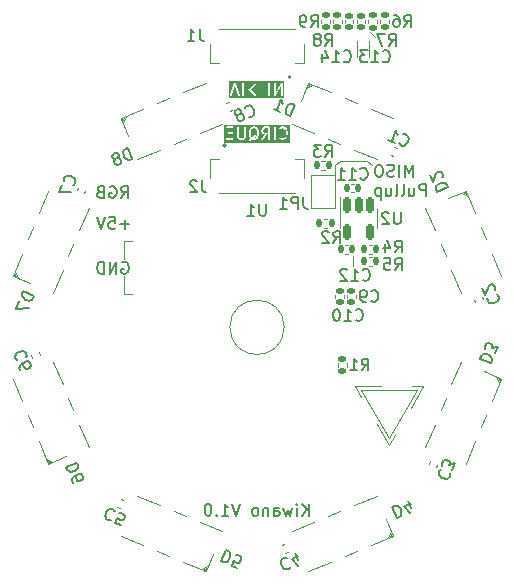
<source format=gbr>
%TF.GenerationSoftware,KiCad,Pcbnew,7.0.6*%
%TF.CreationDate,2023-07-27T21:49:21+01:00*%
%TF.ProjectId,Kiwano,4b697761-6e6f-42e6-9b69-6361645f7063,V1.0*%
%TF.SameCoordinates,Original*%
%TF.FileFunction,Legend,Bot*%
%TF.FilePolarity,Positive*%
%FSLAX46Y46*%
G04 Gerber Fmt 4.6, Leading zero omitted, Abs format (unit mm)*
G04 Created by KiCad (PCBNEW 7.0.6) date 2023-07-27 21:49:21*
%MOMM*%
%LPD*%
G01*
G04 APERTURE LIST*
G04 Aperture macros list*
%AMRoundRect*
0 Rectangle with rounded corners*
0 $1 Rounding radius*
0 $2 $3 $4 $5 $6 $7 $8 $9 X,Y pos of 4 corners*
0 Add a 4 corners polygon primitive as box body*
4,1,4,$2,$3,$4,$5,$6,$7,$8,$9,$2,$3,0*
0 Add four circle primitives for the rounded corners*
1,1,$1+$1,$2,$3*
1,1,$1+$1,$4,$5*
1,1,$1+$1,$6,$7*
1,1,$1+$1,$8,$9*
0 Add four rect primitives between the rounded corners*
20,1,$1+$1,$2,$3,$4,$5,0*
20,1,$1+$1,$4,$5,$6,$7,0*
20,1,$1+$1,$6,$7,$8,$9,0*
20,1,$1+$1,$8,$9,$2,$3,0*%
%AMRotRect*
0 Rectangle, with rotation*
0 The origin of the aperture is its center*
0 $1 length*
0 $2 width*
0 $3 Rotation angle, in degrees counterclockwise*
0 Add horizontal line*
21,1,$1,$2,0,0,$3*%
G04 Aperture macros list end*
%ADD10C,0.120000*%
%ADD11C,0.150000*%
%ADD12C,0.200000*%
%ADD13C,0.100000*%
%ADD14C,1.152000*%
%ADD15C,6.000000*%
%ADD16C,2.200000*%
%ADD17C,4.000000*%
%ADD18C,4.200000*%
%ADD19C,2.000000*%
%ADD20C,4.400000*%
%ADD21C,3.200000*%
%ADD22C,1.700000*%
%ADD23O,1.700000X1.700000*%
%ADD24R,1.700000X1.700000*%
%ADD25RoundRect,0.140000X0.170000X-0.140000X0.170000X0.140000X-0.170000X0.140000X-0.170000X-0.140000X0*%
%ADD26RoundRect,0.135000X-0.135000X-0.185000X0.135000X-0.185000X0.135000X0.185000X-0.135000X0.185000X0*%
%ADD27RoundRect,0.140000X-0.103484X0.194399X-0.210635X-0.064287X0.103484X-0.194399X0.210635X0.064287X0*%
%ADD28RoundRect,0.140000X-0.194399X-0.103484X0.064287X-0.210635X0.194399X0.103484X-0.064287X0.210635X0*%
%ADD29RoundRect,0.140000X0.194399X0.103484X-0.064287X0.210635X-0.194399X-0.103484X0.064287X-0.210635X0*%
%ADD30R,0.300000X0.800000*%
%ADD31R,0.400000X0.800000*%
%ADD32RoundRect,0.140000X0.064287X0.210635X-0.194399X0.103484X-0.064287X-0.210635X0.194399X-0.103484X0*%
%ADD33R,1.200000X1.200000*%
%ADD34C,1.200000*%
%ADD35RoundRect,0.135000X-0.185000X0.135000X-0.185000X-0.135000X0.185000X-0.135000X0.185000X0.135000X0*%
%ADD36RoundRect,0.140000X0.210635X-0.064287X0.103484X0.194399X-0.210635X0.064287X-0.103484X-0.194399X0*%
%ADD37RoundRect,0.140000X-0.064287X-0.210635X0.194399X-0.103484X0.064287X0.210635X-0.194399X0.103484X0*%
%ADD38RoundRect,0.140000X0.140000X0.170000X-0.140000X0.170000X-0.140000X-0.170000X0.140000X-0.170000X0*%
%ADD39RoundRect,0.135000X0.185000X-0.135000X0.185000X0.135000X-0.185000X0.135000X-0.185000X-0.135000X0*%
%ADD40RoundRect,0.135000X0.135000X0.185000X-0.135000X0.185000X-0.135000X-0.185000X0.135000X-0.185000X0*%
%ADD41RotRect,1.700000X1.000000X67.500000*%
%ADD42RotRect,1.700000X1.000000X247.500000*%
%ADD43RotRect,1.700000X1.000000X157.500000*%
%ADD44RotRect,1.700000X1.000000X112.500000*%
%ADD45RotRect,1.700000X1.000000X22.500000*%
%ADD46RoundRect,0.140000X-0.210635X0.064287X-0.103484X-0.194399X0.210635X-0.064287X0.103484X0.194399X0*%
%ADD47RotRect,1.700000X1.000000X202.500000*%
%ADD48RoundRect,0.140000X-0.170000X0.140000X-0.170000X-0.140000X0.170000X-0.140000X0.170000X0.140000X0*%
%ADD49R,1.500000X1.000000*%
%ADD50RoundRect,0.140000X0.103484X-0.194399X0.210635X0.064287X-0.103484X0.194399X-0.210635X-0.064287X0*%
%ADD51RoundRect,0.150000X-0.150000X0.512500X-0.150000X-0.512500X0.150000X-0.512500X0.150000X0.512500X0*%
%ADD52RotRect,1.700000X1.000000X292.500000*%
%ADD53RotRect,1.700000X1.000000X337.500000*%
G04 APERTURE END LIST*
D10*
X84700000Y-46300000D02*
X84300000Y-45899999D01*
X81600000Y-47100000D02*
X81600000Y-46300000D01*
X82000000Y-45900000D02*
X84300000Y-45899999D01*
X64400013Y-52729992D02*
X63700007Y-52729992D01*
X83500000Y-35800000D02*
X83500000Y-37100000D01*
X83100000Y-54800000D02*
X83100000Y-54000000D01*
X81600000Y-46300000D02*
X82000000Y-45900000D01*
X63700009Y-55700002D02*
X63700007Y-57179993D01*
X64400013Y-57179989D02*
X63700007Y-57179993D01*
X63700003Y-52729994D02*
X63699998Y-54200000D01*
X84600000Y-35000000D02*
X85000000Y-35400000D01*
X84500000Y-35800000D02*
X84500000Y-37100000D01*
X77299996Y-60000000D02*
G75*
G03*
X77299996Y-60000000I-2299996J0D01*
G01*
D11*
X63490476Y-49054819D02*
X63823809Y-48578628D01*
X64061904Y-49054819D02*
X64061904Y-48054819D01*
X64061904Y-48054819D02*
X63680952Y-48054819D01*
X63680952Y-48054819D02*
X63585714Y-48102438D01*
X63585714Y-48102438D02*
X63538095Y-48150057D01*
X63538095Y-48150057D02*
X63490476Y-48245295D01*
X63490476Y-48245295D02*
X63490476Y-48388152D01*
X63490476Y-48388152D02*
X63538095Y-48483390D01*
X63538095Y-48483390D02*
X63585714Y-48531009D01*
X63585714Y-48531009D02*
X63680952Y-48578628D01*
X63680952Y-48578628D02*
X64061904Y-48578628D01*
X62538095Y-48102438D02*
X62633333Y-48054819D01*
X62633333Y-48054819D02*
X62776190Y-48054819D01*
X62776190Y-48054819D02*
X62919047Y-48102438D01*
X62919047Y-48102438D02*
X63014285Y-48197676D01*
X63014285Y-48197676D02*
X63061904Y-48292914D01*
X63061904Y-48292914D02*
X63109523Y-48483390D01*
X63109523Y-48483390D02*
X63109523Y-48626247D01*
X63109523Y-48626247D02*
X63061904Y-48816723D01*
X63061904Y-48816723D02*
X63014285Y-48911961D01*
X63014285Y-48911961D02*
X62919047Y-49007200D01*
X62919047Y-49007200D02*
X62776190Y-49054819D01*
X62776190Y-49054819D02*
X62680952Y-49054819D01*
X62680952Y-49054819D02*
X62538095Y-49007200D01*
X62538095Y-49007200D02*
X62490476Y-48959580D01*
X62490476Y-48959580D02*
X62490476Y-48626247D01*
X62490476Y-48626247D02*
X62680952Y-48626247D01*
X61728571Y-48531009D02*
X61585714Y-48578628D01*
X61585714Y-48578628D02*
X61538095Y-48626247D01*
X61538095Y-48626247D02*
X61490476Y-48721485D01*
X61490476Y-48721485D02*
X61490476Y-48864342D01*
X61490476Y-48864342D02*
X61538095Y-48959580D01*
X61538095Y-48959580D02*
X61585714Y-49007200D01*
X61585714Y-49007200D02*
X61680952Y-49054819D01*
X61680952Y-49054819D02*
X62061904Y-49054819D01*
X62061904Y-49054819D02*
X62061904Y-48054819D01*
X62061904Y-48054819D02*
X61728571Y-48054819D01*
X61728571Y-48054819D02*
X61633333Y-48102438D01*
X61633333Y-48102438D02*
X61585714Y-48150057D01*
X61585714Y-48150057D02*
X61538095Y-48245295D01*
X61538095Y-48245295D02*
X61538095Y-48340533D01*
X61538095Y-48340533D02*
X61585714Y-48435771D01*
X61585714Y-48435771D02*
X61633333Y-48483390D01*
X61633333Y-48483390D02*
X61728571Y-48531009D01*
X61728571Y-48531009D02*
X62061904Y-48531009D01*
X88179635Y-47249819D02*
X88179635Y-46249819D01*
X88179635Y-46249819D02*
X87846302Y-46964104D01*
X87846302Y-46964104D02*
X87512969Y-46249819D01*
X87512969Y-46249819D02*
X87512969Y-47249819D01*
X87036778Y-47249819D02*
X87036778Y-46249819D01*
X86608207Y-47202200D02*
X86465350Y-47249819D01*
X86465350Y-47249819D02*
X86227255Y-47249819D01*
X86227255Y-47249819D02*
X86132017Y-47202200D01*
X86132017Y-47202200D02*
X86084398Y-47154580D01*
X86084398Y-47154580D02*
X86036779Y-47059342D01*
X86036779Y-47059342D02*
X86036779Y-46964104D01*
X86036779Y-46964104D02*
X86084398Y-46868866D01*
X86084398Y-46868866D02*
X86132017Y-46821247D01*
X86132017Y-46821247D02*
X86227255Y-46773628D01*
X86227255Y-46773628D02*
X86417731Y-46726009D01*
X86417731Y-46726009D02*
X86512969Y-46678390D01*
X86512969Y-46678390D02*
X86560588Y-46630771D01*
X86560588Y-46630771D02*
X86608207Y-46535533D01*
X86608207Y-46535533D02*
X86608207Y-46440295D01*
X86608207Y-46440295D02*
X86560588Y-46345057D01*
X86560588Y-46345057D02*
X86512969Y-46297438D01*
X86512969Y-46297438D02*
X86417731Y-46249819D01*
X86417731Y-46249819D02*
X86179636Y-46249819D01*
X86179636Y-46249819D02*
X86036779Y-46297438D01*
X85417731Y-46249819D02*
X85227255Y-46249819D01*
X85227255Y-46249819D02*
X85132017Y-46297438D01*
X85132017Y-46297438D02*
X85036779Y-46392676D01*
X85036779Y-46392676D02*
X84989160Y-46583152D01*
X84989160Y-46583152D02*
X84989160Y-46916485D01*
X84989160Y-46916485D02*
X85036779Y-47106961D01*
X85036779Y-47106961D02*
X85132017Y-47202200D01*
X85132017Y-47202200D02*
X85227255Y-47249819D01*
X85227255Y-47249819D02*
X85417731Y-47249819D01*
X85417731Y-47249819D02*
X85512969Y-47202200D01*
X85512969Y-47202200D02*
X85608207Y-47106961D01*
X85608207Y-47106961D02*
X85655826Y-46916485D01*
X85655826Y-46916485D02*
X85655826Y-46583152D01*
X85655826Y-46583152D02*
X85608207Y-46392676D01*
X85608207Y-46392676D02*
X85512969Y-46297438D01*
X85512969Y-46297438D02*
X85417731Y-46249819D01*
X89322494Y-48859819D02*
X89322494Y-47859819D01*
X89322494Y-47859819D02*
X88941542Y-47859819D01*
X88941542Y-47859819D02*
X88846304Y-47907438D01*
X88846304Y-47907438D02*
X88798685Y-47955057D01*
X88798685Y-47955057D02*
X88751066Y-48050295D01*
X88751066Y-48050295D02*
X88751066Y-48193152D01*
X88751066Y-48193152D02*
X88798685Y-48288390D01*
X88798685Y-48288390D02*
X88846304Y-48336009D01*
X88846304Y-48336009D02*
X88941542Y-48383628D01*
X88941542Y-48383628D02*
X89322494Y-48383628D01*
X87893923Y-48193152D02*
X87893923Y-48859819D01*
X88322494Y-48193152D02*
X88322494Y-48716961D01*
X88322494Y-48716961D02*
X88274875Y-48812200D01*
X88274875Y-48812200D02*
X88179637Y-48859819D01*
X88179637Y-48859819D02*
X88036780Y-48859819D01*
X88036780Y-48859819D02*
X87941542Y-48812200D01*
X87941542Y-48812200D02*
X87893923Y-48764580D01*
X87274875Y-48859819D02*
X87370113Y-48812200D01*
X87370113Y-48812200D02*
X87417732Y-48716961D01*
X87417732Y-48716961D02*
X87417732Y-47859819D01*
X86751065Y-48859819D02*
X86846303Y-48812200D01*
X86846303Y-48812200D02*
X86893922Y-48716961D01*
X86893922Y-48716961D02*
X86893922Y-47859819D01*
X85941541Y-48193152D02*
X85941541Y-48859819D01*
X86370112Y-48193152D02*
X86370112Y-48716961D01*
X86370112Y-48716961D02*
X86322493Y-48812200D01*
X86322493Y-48812200D02*
X86227255Y-48859819D01*
X86227255Y-48859819D02*
X86084398Y-48859819D01*
X86084398Y-48859819D02*
X85989160Y-48812200D01*
X85989160Y-48812200D02*
X85941541Y-48764580D01*
X85465350Y-48193152D02*
X85465350Y-49193152D01*
X85465350Y-48240771D02*
X85370112Y-48193152D01*
X85370112Y-48193152D02*
X85179636Y-48193152D01*
X85179636Y-48193152D02*
X85084398Y-48240771D01*
X85084398Y-48240771D02*
X85036779Y-48288390D01*
X85036779Y-48288390D02*
X84989160Y-48383628D01*
X84989160Y-48383628D02*
X84989160Y-48669342D01*
X84989160Y-48669342D02*
X85036779Y-48764580D01*
X85036779Y-48764580D02*
X85084398Y-48812200D01*
X85084398Y-48812200D02*
X85179636Y-48859819D01*
X85179636Y-48859819D02*
X85370112Y-48859819D01*
X85370112Y-48859819D02*
X85465350Y-48812200D01*
X64185711Y-51273866D02*
X63423807Y-51273866D01*
X63804759Y-51654819D02*
X63804759Y-50892914D01*
X62471426Y-50654819D02*
X62947616Y-50654819D01*
X62947616Y-50654819D02*
X62995235Y-51131009D01*
X62995235Y-51131009D02*
X62947616Y-51083390D01*
X62947616Y-51083390D02*
X62852378Y-51035771D01*
X62852378Y-51035771D02*
X62614283Y-51035771D01*
X62614283Y-51035771D02*
X62519045Y-51083390D01*
X62519045Y-51083390D02*
X62471426Y-51131009D01*
X62471426Y-51131009D02*
X62423807Y-51226247D01*
X62423807Y-51226247D02*
X62423807Y-51464342D01*
X62423807Y-51464342D02*
X62471426Y-51559580D01*
X62471426Y-51559580D02*
X62519045Y-51607200D01*
X62519045Y-51607200D02*
X62614283Y-51654819D01*
X62614283Y-51654819D02*
X62852378Y-51654819D01*
X62852378Y-51654819D02*
X62947616Y-51607200D01*
X62947616Y-51607200D02*
X62995235Y-51559580D01*
X62138092Y-50654819D02*
X61804759Y-51654819D01*
X61804759Y-51654819D02*
X61471426Y-50654819D01*
X63561900Y-54502439D02*
X63657138Y-54454820D01*
X63657138Y-54454820D02*
X63799995Y-54454820D01*
X63799995Y-54454820D02*
X63942852Y-54502439D01*
X63942852Y-54502439D02*
X64038090Y-54597677D01*
X64038090Y-54597677D02*
X64085709Y-54692915D01*
X64085709Y-54692915D02*
X64133328Y-54883391D01*
X64133328Y-54883391D02*
X64133328Y-55026248D01*
X64133328Y-55026248D02*
X64085709Y-55216724D01*
X64085709Y-55216724D02*
X64038090Y-55311962D01*
X64038090Y-55311962D02*
X63942852Y-55407201D01*
X63942852Y-55407201D02*
X63799995Y-55454820D01*
X63799995Y-55454820D02*
X63704757Y-55454820D01*
X63704757Y-55454820D02*
X63561900Y-55407201D01*
X63561900Y-55407201D02*
X63514281Y-55359581D01*
X63514281Y-55359581D02*
X63514281Y-55026248D01*
X63514281Y-55026248D02*
X63704757Y-55026248D01*
X63085709Y-55454820D02*
X63085709Y-54454820D01*
X63085709Y-54454820D02*
X62514281Y-55454820D01*
X62514281Y-55454820D02*
X62514281Y-54454820D01*
X62038090Y-55454820D02*
X62038090Y-54454820D01*
X62038090Y-54454820D02*
X61799995Y-54454820D01*
X61799995Y-54454820D02*
X61657138Y-54502439D01*
X61657138Y-54502439D02*
X61561900Y-54597677D01*
X61561900Y-54597677D02*
X61514281Y-54692915D01*
X61514281Y-54692915D02*
X61466662Y-54883391D01*
X61466662Y-54883391D02*
X61466662Y-55026248D01*
X61466662Y-55026248D02*
X61514281Y-55216724D01*
X61514281Y-55216724D02*
X61561900Y-55311962D01*
X61561900Y-55311962D02*
X61657138Y-55407201D01*
X61657138Y-55407201D02*
X61799995Y-55454820D01*
X61799995Y-55454820D02*
X62038090Y-55454820D01*
X79380951Y-75954819D02*
X79380951Y-74954819D01*
X78809523Y-75954819D02*
X79238094Y-75383390D01*
X78809523Y-74954819D02*
X79380951Y-75526247D01*
X78380951Y-75954819D02*
X78380951Y-75288152D01*
X78380951Y-74954819D02*
X78428570Y-75002438D01*
X78428570Y-75002438D02*
X78380951Y-75050057D01*
X78380951Y-75050057D02*
X78333332Y-75002438D01*
X78333332Y-75002438D02*
X78380951Y-74954819D01*
X78380951Y-74954819D02*
X78380951Y-75050057D01*
X77999999Y-75288152D02*
X77809523Y-75954819D01*
X77809523Y-75954819D02*
X77619047Y-75478628D01*
X77619047Y-75478628D02*
X77428571Y-75954819D01*
X77428571Y-75954819D02*
X77238095Y-75288152D01*
X76428571Y-75954819D02*
X76428571Y-75431009D01*
X76428571Y-75431009D02*
X76476190Y-75335771D01*
X76476190Y-75335771D02*
X76571428Y-75288152D01*
X76571428Y-75288152D02*
X76761904Y-75288152D01*
X76761904Y-75288152D02*
X76857142Y-75335771D01*
X76428571Y-75907200D02*
X76523809Y-75954819D01*
X76523809Y-75954819D02*
X76761904Y-75954819D01*
X76761904Y-75954819D02*
X76857142Y-75907200D01*
X76857142Y-75907200D02*
X76904761Y-75811961D01*
X76904761Y-75811961D02*
X76904761Y-75716723D01*
X76904761Y-75716723D02*
X76857142Y-75621485D01*
X76857142Y-75621485D02*
X76761904Y-75573866D01*
X76761904Y-75573866D02*
X76523809Y-75573866D01*
X76523809Y-75573866D02*
X76428571Y-75526247D01*
X75952380Y-75288152D02*
X75952380Y-75954819D01*
X75952380Y-75383390D02*
X75904761Y-75335771D01*
X75904761Y-75335771D02*
X75809523Y-75288152D01*
X75809523Y-75288152D02*
X75666666Y-75288152D01*
X75666666Y-75288152D02*
X75571428Y-75335771D01*
X75571428Y-75335771D02*
X75523809Y-75431009D01*
X75523809Y-75431009D02*
X75523809Y-75954819D01*
X74904761Y-75954819D02*
X74999999Y-75907200D01*
X74999999Y-75907200D02*
X75047618Y-75859580D01*
X75047618Y-75859580D02*
X75095237Y-75764342D01*
X75095237Y-75764342D02*
X75095237Y-75478628D01*
X75095237Y-75478628D02*
X75047618Y-75383390D01*
X75047618Y-75383390D02*
X74999999Y-75335771D01*
X74999999Y-75335771D02*
X74904761Y-75288152D01*
X74904761Y-75288152D02*
X74761904Y-75288152D01*
X74761904Y-75288152D02*
X74666666Y-75335771D01*
X74666666Y-75335771D02*
X74619047Y-75383390D01*
X74619047Y-75383390D02*
X74571428Y-75478628D01*
X74571428Y-75478628D02*
X74571428Y-75764342D01*
X74571428Y-75764342D02*
X74619047Y-75859580D01*
X74619047Y-75859580D02*
X74666666Y-75907200D01*
X74666666Y-75907200D02*
X74761904Y-75954819D01*
X74761904Y-75954819D02*
X74904761Y-75954819D01*
X73523808Y-74954819D02*
X73190475Y-75954819D01*
X73190475Y-75954819D02*
X72857142Y-74954819D01*
X71999999Y-75954819D02*
X72571427Y-75954819D01*
X72285713Y-75954819D02*
X72285713Y-74954819D01*
X72285713Y-74954819D02*
X72380951Y-75097676D01*
X72380951Y-75097676D02*
X72476189Y-75192914D01*
X72476189Y-75192914D02*
X72571427Y-75240533D01*
X71571427Y-75859580D02*
X71523808Y-75907200D01*
X71523808Y-75907200D02*
X71571427Y-75954819D01*
X71571427Y-75954819D02*
X71619046Y-75907200D01*
X71619046Y-75907200D02*
X71571427Y-75859580D01*
X71571427Y-75859580D02*
X71571427Y-75954819D01*
X70904761Y-74954819D02*
X70809523Y-74954819D01*
X70809523Y-74954819D02*
X70714285Y-75002438D01*
X70714285Y-75002438D02*
X70666666Y-75050057D01*
X70666666Y-75050057D02*
X70619047Y-75145295D01*
X70619047Y-75145295D02*
X70571428Y-75335771D01*
X70571428Y-75335771D02*
X70571428Y-75573866D01*
X70571428Y-75573866D02*
X70619047Y-75764342D01*
X70619047Y-75764342D02*
X70666666Y-75859580D01*
X70666666Y-75859580D02*
X70714285Y-75907200D01*
X70714285Y-75907200D02*
X70809523Y-75954819D01*
X70809523Y-75954819D02*
X70904761Y-75954819D01*
X70904761Y-75954819D02*
X70999999Y-75907200D01*
X70999999Y-75907200D02*
X71047618Y-75859580D01*
X71047618Y-75859580D02*
X71095237Y-75764342D01*
X71095237Y-75764342D02*
X71142856Y-75573866D01*
X71142856Y-75573866D02*
X71142856Y-75335771D01*
X71142856Y-75335771D02*
X71095237Y-75145295D01*
X71095237Y-75145295D02*
X71047618Y-75050057D01*
X71047618Y-75050057D02*
X70999999Y-75002438D01*
X70999999Y-75002438D02*
X70904761Y-74954819D01*
X84666666Y-57759580D02*
X84714285Y-57807200D01*
X84714285Y-57807200D02*
X84857142Y-57854819D01*
X84857142Y-57854819D02*
X84952380Y-57854819D01*
X84952380Y-57854819D02*
X85095237Y-57807200D01*
X85095237Y-57807200D02*
X85190475Y-57711961D01*
X85190475Y-57711961D02*
X85238094Y-57616723D01*
X85238094Y-57616723D02*
X85285713Y-57426247D01*
X85285713Y-57426247D02*
X85285713Y-57283390D01*
X85285713Y-57283390D02*
X85238094Y-57092914D01*
X85238094Y-57092914D02*
X85190475Y-56997676D01*
X85190475Y-56997676D02*
X85095237Y-56902438D01*
X85095237Y-56902438D02*
X84952380Y-56854819D01*
X84952380Y-56854819D02*
X84857142Y-56854819D01*
X84857142Y-56854819D02*
X84714285Y-56902438D01*
X84714285Y-56902438D02*
X84666666Y-56950057D01*
X84190475Y-57854819D02*
X83999999Y-57854819D01*
X83999999Y-57854819D02*
X83904761Y-57807200D01*
X83904761Y-57807200D02*
X83857142Y-57759580D01*
X83857142Y-57759580D02*
X83761904Y-57616723D01*
X83761904Y-57616723D02*
X83714285Y-57426247D01*
X83714285Y-57426247D02*
X83714285Y-57045295D01*
X83714285Y-57045295D02*
X83761904Y-56950057D01*
X83761904Y-56950057D02*
X83809523Y-56902438D01*
X83809523Y-56902438D02*
X83904761Y-56854819D01*
X83904761Y-56854819D02*
X84095237Y-56854819D01*
X84095237Y-56854819D02*
X84190475Y-56902438D01*
X84190475Y-56902438D02*
X84238094Y-56950057D01*
X84238094Y-56950057D02*
X84285713Y-57045295D01*
X84285713Y-57045295D02*
X84285713Y-57283390D01*
X84285713Y-57283390D02*
X84238094Y-57378628D01*
X84238094Y-57378628D02*
X84190475Y-57426247D01*
X84190475Y-57426247D02*
X84095237Y-57473866D01*
X84095237Y-57473866D02*
X83904761Y-57473866D01*
X83904761Y-57473866D02*
X83809523Y-57426247D01*
X83809523Y-57426247D02*
X83761904Y-57378628D01*
X83761904Y-57378628D02*
X83714285Y-57283390D01*
X82342857Y-37459580D02*
X82390476Y-37507200D01*
X82390476Y-37507200D02*
X82533333Y-37554819D01*
X82533333Y-37554819D02*
X82628571Y-37554819D01*
X82628571Y-37554819D02*
X82771428Y-37507200D01*
X82771428Y-37507200D02*
X82866666Y-37411961D01*
X82866666Y-37411961D02*
X82914285Y-37316723D01*
X82914285Y-37316723D02*
X82961904Y-37126247D01*
X82961904Y-37126247D02*
X82961904Y-36983390D01*
X82961904Y-36983390D02*
X82914285Y-36792914D01*
X82914285Y-36792914D02*
X82866666Y-36697676D01*
X82866666Y-36697676D02*
X82771428Y-36602438D01*
X82771428Y-36602438D02*
X82628571Y-36554819D01*
X82628571Y-36554819D02*
X82533333Y-36554819D01*
X82533333Y-36554819D02*
X82390476Y-36602438D01*
X82390476Y-36602438D02*
X82342857Y-36650057D01*
X81390476Y-37554819D02*
X81961904Y-37554819D01*
X81676190Y-37554819D02*
X81676190Y-36554819D01*
X81676190Y-36554819D02*
X81771428Y-36697676D01*
X81771428Y-36697676D02*
X81866666Y-36792914D01*
X81866666Y-36792914D02*
X81961904Y-36840533D01*
X80533333Y-36888152D02*
X80533333Y-37554819D01*
X80771428Y-36507200D02*
X81009523Y-37221485D01*
X81009523Y-37221485D02*
X80390476Y-37221485D01*
X86666666Y-55154819D02*
X86999999Y-54678628D01*
X87238094Y-55154819D02*
X87238094Y-54154819D01*
X87238094Y-54154819D02*
X86857142Y-54154819D01*
X86857142Y-54154819D02*
X86761904Y-54202438D01*
X86761904Y-54202438D02*
X86714285Y-54250057D01*
X86714285Y-54250057D02*
X86666666Y-54345295D01*
X86666666Y-54345295D02*
X86666666Y-54488152D01*
X86666666Y-54488152D02*
X86714285Y-54583390D01*
X86714285Y-54583390D02*
X86761904Y-54631009D01*
X86761904Y-54631009D02*
X86857142Y-54678628D01*
X86857142Y-54678628D02*
X87238094Y-54678628D01*
X85761904Y-54154819D02*
X86238094Y-54154819D01*
X86238094Y-54154819D02*
X86285713Y-54631009D01*
X86285713Y-54631009D02*
X86238094Y-54583390D01*
X86238094Y-54583390D02*
X86142856Y-54535771D01*
X86142856Y-54535771D02*
X85904761Y-54535771D01*
X85904761Y-54535771D02*
X85809523Y-54583390D01*
X85809523Y-54583390D02*
X85761904Y-54631009D01*
X85761904Y-54631009D02*
X85714285Y-54726247D01*
X85714285Y-54726247D02*
X85714285Y-54964342D01*
X85714285Y-54964342D02*
X85761904Y-55059580D01*
X85761904Y-55059580D02*
X85809523Y-55107200D01*
X85809523Y-55107200D02*
X85904761Y-55154819D01*
X85904761Y-55154819D02*
X86142856Y-55154819D01*
X86142856Y-55154819D02*
X86238094Y-55107200D01*
X86238094Y-55107200D02*
X86285713Y-55059580D01*
X59423100Y-47955480D02*
X59485318Y-47929708D01*
X59485318Y-47929708D02*
X59583981Y-47815949D01*
X59583981Y-47815949D02*
X59620427Y-47727960D01*
X59620427Y-47727960D02*
X59631102Y-47577754D01*
X59631102Y-47577754D02*
X59579559Y-47453320D01*
X59579559Y-47453320D02*
X59509794Y-47372879D01*
X59509794Y-47372879D02*
X59352040Y-47255993D01*
X59352040Y-47255993D02*
X59220057Y-47201324D01*
X59220057Y-47201324D02*
X59025857Y-47172426D01*
X59025857Y-47172426D02*
X58919645Y-47179974D01*
X58919645Y-47179974D02*
X58795211Y-47231517D01*
X58795211Y-47231517D02*
X58696547Y-47345277D01*
X58696547Y-47345277D02*
X58660101Y-47433265D01*
X58660101Y-47433265D02*
X58649427Y-47583471D01*
X58649427Y-47583471D02*
X58675198Y-47645688D01*
X58459648Y-47917202D02*
X58204526Y-48533122D01*
X58204526Y-48533122D02*
X59292413Y-48519857D01*
X62955482Y-75576903D02*
X62929710Y-75514685D01*
X62929710Y-75514685D02*
X62815951Y-75416022D01*
X62815951Y-75416022D02*
X62727962Y-75379576D01*
X62727962Y-75379576D02*
X62577756Y-75368901D01*
X62577756Y-75368901D02*
X62453322Y-75420444D01*
X62453322Y-75420444D02*
X62372881Y-75490209D01*
X62372881Y-75490209D02*
X62255995Y-75647963D01*
X62255995Y-75647963D02*
X62201326Y-75779946D01*
X62201326Y-75779946D02*
X62172428Y-75974146D01*
X62172428Y-75974146D02*
X62179976Y-76080358D01*
X62179976Y-76080358D02*
X62231519Y-76204792D01*
X62231519Y-76204792D02*
X62345279Y-76303456D01*
X62345279Y-76303456D02*
X62433267Y-76339902D01*
X62433267Y-76339902D02*
X62583473Y-76350576D01*
X62583473Y-76350576D02*
X62645690Y-76324805D01*
X63445135Y-76759031D02*
X63005193Y-76576801D01*
X63005193Y-76576801D02*
X63143429Y-76118635D01*
X63143429Y-76118635D02*
X63169200Y-76180852D01*
X63169200Y-76180852D02*
X63238965Y-76261293D01*
X63238965Y-76261293D02*
X63458937Y-76352408D01*
X63458937Y-76352408D02*
X63565148Y-76344860D01*
X63565148Y-76344860D02*
X63627366Y-76319088D01*
X63627366Y-76319088D02*
X63707806Y-76249323D01*
X63707806Y-76249323D02*
X63798921Y-76029352D01*
X63798921Y-76029352D02*
X63791373Y-75923140D01*
X63791373Y-75923140D02*
X63765601Y-75860923D01*
X63765601Y-75860923D02*
X63695836Y-75780482D01*
X63695836Y-75780482D02*
X63475865Y-75689367D01*
X63475865Y-75689367D02*
X63369653Y-75696916D01*
X63369653Y-75696916D02*
X63307436Y-75722687D01*
X87044524Y-44423102D02*
X87070296Y-44485320D01*
X87070296Y-44485320D02*
X87184055Y-44583983D01*
X87184055Y-44583983D02*
X87272044Y-44620429D01*
X87272044Y-44620429D02*
X87422250Y-44631104D01*
X87422250Y-44631104D02*
X87546684Y-44579561D01*
X87546684Y-44579561D02*
X87627125Y-44509796D01*
X87627125Y-44509796D02*
X87744011Y-44352042D01*
X87744011Y-44352042D02*
X87798680Y-44220059D01*
X87798680Y-44220059D02*
X87827578Y-44025859D01*
X87827578Y-44025859D02*
X87820030Y-43919647D01*
X87820030Y-43919647D02*
X87768487Y-43795213D01*
X87768487Y-43795213D02*
X87654727Y-43696549D01*
X87654727Y-43696549D02*
X87566739Y-43660103D01*
X87566739Y-43660103D02*
X87416533Y-43649429D01*
X87416533Y-43649429D02*
X87354316Y-43675200D01*
X86128193Y-44146630D02*
X86656124Y-44365307D01*
X86392159Y-44255969D02*
X86774842Y-43332089D01*
X86774842Y-43332089D02*
X86808161Y-43500518D01*
X86808161Y-43500518D02*
X86859704Y-43624952D01*
X86859704Y-43624952D02*
X86929469Y-43705393D01*
X70133333Y-34754819D02*
X70133333Y-35469104D01*
X70133333Y-35469104D02*
X70180952Y-35611961D01*
X70180952Y-35611961D02*
X70276190Y-35707200D01*
X70276190Y-35707200D02*
X70419047Y-35754819D01*
X70419047Y-35754819D02*
X70514285Y-35754819D01*
X69133333Y-35754819D02*
X69704761Y-35754819D01*
X69419047Y-35754819D02*
X69419047Y-34754819D01*
X69419047Y-34754819D02*
X69514285Y-34897676D01*
X69514285Y-34897676D02*
X69609523Y-34992914D01*
X69609523Y-34992914D02*
X69704761Y-35040533D01*
G36*
X77309285Y-40548036D02*
G01*
X72591707Y-40548036D01*
X72591707Y-40306463D01*
X72734564Y-40306463D01*
X72735965Y-40357747D01*
X72770002Y-40396132D01*
X72820751Y-40403657D01*
X72864463Y-40376802D01*
X72876866Y-40353897D01*
X73139048Y-39567350D01*
X73401230Y-40353897D01*
X73433121Y-40394083D01*
X73483382Y-40404369D01*
X73528496Y-40379940D01*
X73547353Y-40332228D01*
X73547049Y-40330180D01*
X73730715Y-40330180D01*
X73748262Y-40378389D01*
X73792691Y-40404041D01*
X73843215Y-40395132D01*
X73876192Y-40355832D01*
X73880715Y-40330180D01*
X74206905Y-40330180D01*
X74224452Y-40378389D01*
X74268881Y-40404041D01*
X74319405Y-40395132D01*
X74352382Y-40355832D01*
X74356905Y-40330180D01*
X74356905Y-39939818D01*
X74800300Y-40383213D01*
X74846796Y-40404894D01*
X74896351Y-40391617D01*
X74925777Y-40349591D01*
X74924079Y-40330180D01*
X75968810Y-40330180D01*
X75986357Y-40378389D01*
X76030786Y-40404041D01*
X76081310Y-40395132D01*
X76114287Y-40355832D01*
X76118810Y-40330180D01*
X76445000Y-40330180D01*
X76447371Y-40336696D01*
X76446198Y-40343532D01*
X76455937Y-40360229D01*
X76462547Y-40378389D01*
X76468552Y-40381856D01*
X76472047Y-40387848D01*
X76490238Y-40394377D01*
X76506976Y-40404041D01*
X76513807Y-40402836D01*
X76520334Y-40405179D01*
X76538465Y-40398488D01*
X76557500Y-40395132D01*
X76561957Y-40389819D01*
X76568464Y-40387419D01*
X76585118Y-40367390D01*
X77016428Y-39612596D01*
X77016428Y-40330180D01*
X77033975Y-40378389D01*
X77078404Y-40404041D01*
X77128928Y-40395132D01*
X77161905Y-40355832D01*
X77166428Y-40330180D01*
X77166428Y-39330180D01*
X77164055Y-39323662D01*
X77165230Y-39316827D01*
X77155490Y-39300129D01*
X77148881Y-39281971D01*
X77142876Y-39278503D01*
X77139381Y-39272512D01*
X77121189Y-39265982D01*
X77104452Y-39256319D01*
X77097620Y-39257523D01*
X77091094Y-39255181D01*
X77072962Y-39261871D01*
X77053928Y-39265228D01*
X77049470Y-39270540D01*
X77042964Y-39272941D01*
X77026310Y-39292969D01*
X76595000Y-40047763D01*
X76595000Y-39330180D01*
X76577453Y-39281971D01*
X76533024Y-39256319D01*
X76482500Y-39265228D01*
X76449523Y-39304528D01*
X76445000Y-39330180D01*
X76445000Y-40330180D01*
X76118810Y-40330180D01*
X76118810Y-39330180D01*
X76101263Y-39281971D01*
X76056834Y-39256319D01*
X76006310Y-39265228D01*
X75973333Y-39304528D01*
X75968810Y-39330180D01*
X75968810Y-40330180D01*
X74924079Y-40330180D01*
X74921306Y-40298484D01*
X74906366Y-40277147D01*
X74523790Y-39894571D01*
X74913333Y-39375180D01*
X74928221Y-39326084D01*
X74908069Y-39278905D01*
X74862304Y-39255718D01*
X74812343Y-39267372D01*
X74793333Y-39285180D01*
X74416647Y-39787428D01*
X74356905Y-39727686D01*
X74356905Y-39330180D01*
X74339358Y-39281971D01*
X74294929Y-39256319D01*
X74244405Y-39265228D01*
X74211428Y-39304528D01*
X74206905Y-39330180D01*
X74206905Y-40330180D01*
X73880715Y-40330180D01*
X73880715Y-39330180D01*
X73863168Y-39281971D01*
X73818739Y-39256319D01*
X73768215Y-39265228D01*
X73735238Y-39304528D01*
X73730715Y-39330180D01*
X73730715Y-40330180D01*
X73547049Y-40330180D01*
X73543532Y-40306463D01*
X73210199Y-39306463D01*
X73208856Y-39304771D01*
X73208798Y-39302614D01*
X73193056Y-39284861D01*
X73178308Y-39266277D01*
X73176193Y-39265844D01*
X73174760Y-39264228D01*
X73151291Y-39260748D01*
X73128047Y-39255991D01*
X73126147Y-39257019D01*
X73124012Y-39256703D01*
X73103794Y-39269123D01*
X73082933Y-39280420D01*
X73082139Y-39282427D01*
X73080299Y-39283558D01*
X73067897Y-39306463D01*
X72734564Y-40306463D01*
X72591707Y-40306463D01*
X72591707Y-39112324D01*
X77309285Y-39112324D01*
X77309285Y-40548036D01*
G37*
X74291585Y-42168429D02*
X74353802Y-42194200D01*
X74353802Y-42194200D02*
X74504008Y-42183525D01*
X74504008Y-42183525D02*
X74591996Y-42147079D01*
X74591996Y-42147079D02*
X74705756Y-42048416D01*
X74705756Y-42048416D02*
X74757299Y-41923981D01*
X74757299Y-41923981D02*
X74764847Y-41817770D01*
X74764847Y-41817770D02*
X74735949Y-41623569D01*
X74735949Y-41623569D02*
X74681280Y-41491587D01*
X74681280Y-41491587D02*
X74564394Y-41333833D01*
X74564394Y-41333833D02*
X74483953Y-41264067D01*
X74483953Y-41264067D02*
X74359519Y-41212525D01*
X74359519Y-41212525D02*
X74209313Y-41223199D01*
X74209313Y-41223199D02*
X74121324Y-41259646D01*
X74121324Y-41259646D02*
X74007565Y-41358309D01*
X74007565Y-41358309D02*
X73981793Y-41420526D01*
X73581423Y-41947162D02*
X73651189Y-41866722D01*
X73651189Y-41866722D02*
X73676960Y-41804505D01*
X73676960Y-41804505D02*
X73684508Y-41698293D01*
X73684508Y-41698293D02*
X73666285Y-41654299D01*
X73666285Y-41654299D02*
X73585845Y-41584533D01*
X73585845Y-41584533D02*
X73523628Y-41558762D01*
X73523628Y-41558762D02*
X73417416Y-41551214D01*
X73417416Y-41551214D02*
X73241439Y-41624106D01*
X73241439Y-41624106D02*
X73171674Y-41704546D01*
X73171674Y-41704546D02*
X73145902Y-41766764D01*
X73145902Y-41766764D02*
X73138354Y-41872975D01*
X73138354Y-41872975D02*
X73156577Y-41916969D01*
X73156577Y-41916969D02*
X73237017Y-41986735D01*
X73237017Y-41986735D02*
X73299235Y-42012506D01*
X73299235Y-42012506D02*
X73405446Y-42020054D01*
X73405446Y-42020054D02*
X73581423Y-41947162D01*
X73581423Y-41947162D02*
X73687635Y-41954710D01*
X73687635Y-41954710D02*
X73749852Y-41980482D01*
X73749852Y-41980482D02*
X73830292Y-42050247D01*
X73830292Y-42050247D02*
X73903185Y-42226224D01*
X73903185Y-42226224D02*
X73895636Y-42332436D01*
X73895636Y-42332436D02*
X73869865Y-42394653D01*
X73869865Y-42394653D02*
X73800100Y-42475093D01*
X73800100Y-42475093D02*
X73624122Y-42547985D01*
X73624122Y-42547985D02*
X73517911Y-42540437D01*
X73517911Y-42540437D02*
X73455694Y-42514666D01*
X73455694Y-42514666D02*
X73375253Y-42444900D01*
X73375253Y-42444900D02*
X73302361Y-42268923D01*
X73302361Y-42268923D02*
X73309909Y-42162712D01*
X73309909Y-42162712D02*
X73335681Y-42100495D01*
X73335681Y-42100495D02*
X73405446Y-42020054D01*
X75761904Y-49554819D02*
X75761904Y-50364342D01*
X75761904Y-50364342D02*
X75714285Y-50459580D01*
X75714285Y-50459580D02*
X75666666Y-50507200D01*
X75666666Y-50507200D02*
X75571428Y-50554819D01*
X75571428Y-50554819D02*
X75380952Y-50554819D01*
X75380952Y-50554819D02*
X75285714Y-50507200D01*
X75285714Y-50507200D02*
X75238095Y-50459580D01*
X75238095Y-50459580D02*
X75190476Y-50364342D01*
X75190476Y-50364342D02*
X75190476Y-49554819D01*
X74190476Y-50554819D02*
X74761904Y-50554819D01*
X74476190Y-50554819D02*
X74476190Y-49554819D01*
X74476190Y-49554819D02*
X74571428Y-49697676D01*
X74571428Y-49697676D02*
X74666666Y-49792914D01*
X74666666Y-49792914D02*
X74761904Y-49840533D01*
X86166666Y-36154819D02*
X86499999Y-35678628D01*
X86738094Y-36154819D02*
X86738094Y-35154819D01*
X86738094Y-35154819D02*
X86357142Y-35154819D01*
X86357142Y-35154819D02*
X86261904Y-35202438D01*
X86261904Y-35202438D02*
X86214285Y-35250057D01*
X86214285Y-35250057D02*
X86166666Y-35345295D01*
X86166666Y-35345295D02*
X86166666Y-35488152D01*
X86166666Y-35488152D02*
X86214285Y-35583390D01*
X86214285Y-35583390D02*
X86261904Y-35631009D01*
X86261904Y-35631009D02*
X86357142Y-35678628D01*
X86357142Y-35678628D02*
X86738094Y-35678628D01*
X85833332Y-35154819D02*
X85166666Y-35154819D01*
X85166666Y-35154819D02*
X85595237Y-36154819D01*
X94531299Y-57502232D02*
X94505528Y-57564449D01*
X94505528Y-57564449D02*
X94516203Y-57714655D01*
X94516203Y-57714655D02*
X94552649Y-57802643D01*
X94552649Y-57802643D02*
X94651312Y-57916403D01*
X94651312Y-57916403D02*
X94775747Y-57967946D01*
X94775747Y-57967946D02*
X94881958Y-57975494D01*
X94881958Y-57975494D02*
X95076159Y-57946596D01*
X95076159Y-57946596D02*
X95208141Y-57891927D01*
X95208141Y-57891927D02*
X95365895Y-57775041D01*
X95365895Y-57775041D02*
X95435661Y-57694600D01*
X95435661Y-57694600D02*
X95487203Y-57570166D01*
X95487203Y-57570166D02*
X95476529Y-57419960D01*
X95476529Y-57419960D02*
X95440082Y-57331971D01*
X95440082Y-57331971D02*
X95341419Y-57218212D01*
X95341419Y-57218212D02*
X95279202Y-57192440D01*
X95133418Y-56840486D02*
X95159189Y-56778269D01*
X95159189Y-56778269D02*
X95166737Y-56672057D01*
X95166737Y-56672057D02*
X95075622Y-56452086D01*
X95075622Y-56452086D02*
X94995182Y-56382321D01*
X94995182Y-56382321D02*
X94932964Y-56356549D01*
X94932964Y-56356549D02*
X94826753Y-56349001D01*
X94826753Y-56349001D02*
X94738764Y-56385447D01*
X94738764Y-56385447D02*
X94625005Y-56484110D01*
X94625005Y-56484110D02*
X94315750Y-57230718D01*
X94315750Y-57230718D02*
X94078850Y-56658792D01*
X77497774Y-79531294D02*
X77435557Y-79505523D01*
X77435557Y-79505523D02*
X77285351Y-79516198D01*
X77285351Y-79516198D02*
X77197363Y-79552644D01*
X77197363Y-79552644D02*
X77083603Y-79651307D01*
X77083603Y-79651307D02*
X77032060Y-79775742D01*
X77032060Y-79775742D02*
X77024512Y-79881953D01*
X77024512Y-79881953D02*
X77053410Y-80076154D01*
X77053410Y-80076154D02*
X77108079Y-80208136D01*
X77108079Y-80208136D02*
X77224965Y-80365890D01*
X77224965Y-80365890D02*
X77305406Y-80435656D01*
X77305406Y-80435656D02*
X77429840Y-80487198D01*
X77429840Y-80487198D02*
X77580046Y-80476524D01*
X77580046Y-80476524D02*
X77668035Y-80440077D01*
X77668035Y-80440077D02*
X77781794Y-80341414D01*
X77781794Y-80341414D02*
X77807566Y-80279197D01*
X78508347Y-79731211D02*
X78253225Y-79115292D01*
X78434160Y-80174280D02*
X77940844Y-79605482D01*
X77940844Y-79605482D02*
X78512769Y-79368582D01*
X83942857Y-55959580D02*
X83990476Y-56007200D01*
X83990476Y-56007200D02*
X84133333Y-56054819D01*
X84133333Y-56054819D02*
X84228571Y-56054819D01*
X84228571Y-56054819D02*
X84371428Y-56007200D01*
X84371428Y-56007200D02*
X84466666Y-55911961D01*
X84466666Y-55911961D02*
X84514285Y-55816723D01*
X84514285Y-55816723D02*
X84561904Y-55626247D01*
X84561904Y-55626247D02*
X84561904Y-55483390D01*
X84561904Y-55483390D02*
X84514285Y-55292914D01*
X84514285Y-55292914D02*
X84466666Y-55197676D01*
X84466666Y-55197676D02*
X84371428Y-55102438D01*
X84371428Y-55102438D02*
X84228571Y-55054819D01*
X84228571Y-55054819D02*
X84133333Y-55054819D01*
X84133333Y-55054819D02*
X83990476Y-55102438D01*
X83990476Y-55102438D02*
X83942857Y-55150057D01*
X82990476Y-56054819D02*
X83561904Y-56054819D01*
X83276190Y-56054819D02*
X83276190Y-55054819D01*
X83276190Y-55054819D02*
X83371428Y-55197676D01*
X83371428Y-55197676D02*
X83466666Y-55292914D01*
X83466666Y-55292914D02*
X83561904Y-55340533D01*
X82609523Y-55150057D02*
X82561904Y-55102438D01*
X82561904Y-55102438D02*
X82466666Y-55054819D01*
X82466666Y-55054819D02*
X82228571Y-55054819D01*
X82228571Y-55054819D02*
X82133333Y-55102438D01*
X82133333Y-55102438D02*
X82085714Y-55150057D01*
X82085714Y-55150057D02*
X82038095Y-55245295D01*
X82038095Y-55245295D02*
X82038095Y-55340533D01*
X82038095Y-55340533D02*
X82085714Y-55483390D01*
X82085714Y-55483390D02*
X82657142Y-56054819D01*
X82657142Y-56054819D02*
X82038095Y-56054819D01*
X87466666Y-34554819D02*
X87799999Y-34078628D01*
X88038094Y-34554819D02*
X88038094Y-33554819D01*
X88038094Y-33554819D02*
X87657142Y-33554819D01*
X87657142Y-33554819D02*
X87561904Y-33602438D01*
X87561904Y-33602438D02*
X87514285Y-33650057D01*
X87514285Y-33650057D02*
X87466666Y-33745295D01*
X87466666Y-33745295D02*
X87466666Y-33888152D01*
X87466666Y-33888152D02*
X87514285Y-33983390D01*
X87514285Y-33983390D02*
X87561904Y-34031009D01*
X87561904Y-34031009D02*
X87657142Y-34078628D01*
X87657142Y-34078628D02*
X88038094Y-34078628D01*
X86609523Y-33554819D02*
X86799999Y-33554819D01*
X86799999Y-33554819D02*
X86895237Y-33602438D01*
X86895237Y-33602438D02*
X86942856Y-33650057D01*
X86942856Y-33650057D02*
X87038094Y-33792914D01*
X87038094Y-33792914D02*
X87085713Y-33983390D01*
X87085713Y-33983390D02*
X87085713Y-34364342D01*
X87085713Y-34364342D02*
X87038094Y-34459580D01*
X87038094Y-34459580D02*
X86990475Y-34507200D01*
X86990475Y-34507200D02*
X86895237Y-34554819D01*
X86895237Y-34554819D02*
X86704761Y-34554819D01*
X86704761Y-34554819D02*
X86609523Y-34507200D01*
X86609523Y-34507200D02*
X86561904Y-34459580D01*
X86561904Y-34459580D02*
X86514285Y-34364342D01*
X86514285Y-34364342D02*
X86514285Y-34126247D01*
X86514285Y-34126247D02*
X86561904Y-34031009D01*
X86561904Y-34031009D02*
X86609523Y-33983390D01*
X86609523Y-33983390D02*
X86704761Y-33935771D01*
X86704761Y-33935771D02*
X86895237Y-33935771D01*
X86895237Y-33935771D02*
X86990475Y-33983390D01*
X86990475Y-33983390D02*
X87038094Y-34031009D01*
X87038094Y-34031009D02*
X87085713Y-34126247D01*
X79566666Y-34554819D02*
X79899999Y-34078628D01*
X80138094Y-34554819D02*
X80138094Y-33554819D01*
X80138094Y-33554819D02*
X79757142Y-33554819D01*
X79757142Y-33554819D02*
X79661904Y-33602438D01*
X79661904Y-33602438D02*
X79614285Y-33650057D01*
X79614285Y-33650057D02*
X79566666Y-33745295D01*
X79566666Y-33745295D02*
X79566666Y-33888152D01*
X79566666Y-33888152D02*
X79614285Y-33983390D01*
X79614285Y-33983390D02*
X79661904Y-34031009D01*
X79661904Y-34031009D02*
X79757142Y-34078628D01*
X79757142Y-34078628D02*
X80138094Y-34078628D01*
X79090475Y-34554819D02*
X78899999Y-34554819D01*
X78899999Y-34554819D02*
X78804761Y-34507200D01*
X78804761Y-34507200D02*
X78757142Y-34459580D01*
X78757142Y-34459580D02*
X78661904Y-34316723D01*
X78661904Y-34316723D02*
X78614285Y-34126247D01*
X78614285Y-34126247D02*
X78614285Y-33745295D01*
X78614285Y-33745295D02*
X78661904Y-33650057D01*
X78661904Y-33650057D02*
X78709523Y-33602438D01*
X78709523Y-33602438D02*
X78804761Y-33554819D01*
X78804761Y-33554819D02*
X78995237Y-33554819D01*
X78995237Y-33554819D02*
X79090475Y-33602438D01*
X79090475Y-33602438D02*
X79138094Y-33650057D01*
X79138094Y-33650057D02*
X79185713Y-33745295D01*
X79185713Y-33745295D02*
X79185713Y-33983390D01*
X79185713Y-33983390D02*
X79138094Y-34078628D01*
X79138094Y-34078628D02*
X79090475Y-34126247D01*
X79090475Y-34126247D02*
X78995237Y-34173866D01*
X78995237Y-34173866D02*
X78804761Y-34173866D01*
X78804761Y-34173866D02*
X78709523Y-34126247D01*
X78709523Y-34126247D02*
X78661904Y-34078628D01*
X78661904Y-34078628D02*
X78614285Y-33983390D01*
X85642857Y-37459580D02*
X85690476Y-37507200D01*
X85690476Y-37507200D02*
X85833333Y-37554819D01*
X85833333Y-37554819D02*
X85928571Y-37554819D01*
X85928571Y-37554819D02*
X86071428Y-37507200D01*
X86071428Y-37507200D02*
X86166666Y-37411961D01*
X86166666Y-37411961D02*
X86214285Y-37316723D01*
X86214285Y-37316723D02*
X86261904Y-37126247D01*
X86261904Y-37126247D02*
X86261904Y-36983390D01*
X86261904Y-36983390D02*
X86214285Y-36792914D01*
X86214285Y-36792914D02*
X86166666Y-36697676D01*
X86166666Y-36697676D02*
X86071428Y-36602438D01*
X86071428Y-36602438D02*
X85928571Y-36554819D01*
X85928571Y-36554819D02*
X85833333Y-36554819D01*
X85833333Y-36554819D02*
X85690476Y-36602438D01*
X85690476Y-36602438D02*
X85642857Y-36650057D01*
X84690476Y-37554819D02*
X85261904Y-37554819D01*
X84976190Y-37554819D02*
X84976190Y-36554819D01*
X84976190Y-36554819D02*
X85071428Y-36697676D01*
X85071428Y-36697676D02*
X85166666Y-36792914D01*
X85166666Y-36792914D02*
X85261904Y-36840533D01*
X84357142Y-36554819D02*
X83738095Y-36554819D01*
X83738095Y-36554819D02*
X84071428Y-36935771D01*
X84071428Y-36935771D02*
X83928571Y-36935771D01*
X83928571Y-36935771D02*
X83833333Y-36983390D01*
X83833333Y-36983390D02*
X83785714Y-37031009D01*
X83785714Y-37031009D02*
X83738095Y-37126247D01*
X83738095Y-37126247D02*
X83738095Y-37364342D01*
X83738095Y-37364342D02*
X83785714Y-37459580D01*
X83785714Y-37459580D02*
X83833333Y-37507200D01*
X83833333Y-37507200D02*
X83928571Y-37554819D01*
X83928571Y-37554819D02*
X84214285Y-37554819D01*
X84214285Y-37554819D02*
X84309523Y-37507200D01*
X84309523Y-37507200D02*
X84357142Y-37459580D01*
X83742857Y-47399580D02*
X83790476Y-47447200D01*
X83790476Y-47447200D02*
X83933333Y-47494819D01*
X83933333Y-47494819D02*
X84028571Y-47494819D01*
X84028571Y-47494819D02*
X84171428Y-47447200D01*
X84171428Y-47447200D02*
X84266666Y-47351961D01*
X84266666Y-47351961D02*
X84314285Y-47256723D01*
X84314285Y-47256723D02*
X84361904Y-47066247D01*
X84361904Y-47066247D02*
X84361904Y-46923390D01*
X84361904Y-46923390D02*
X84314285Y-46732914D01*
X84314285Y-46732914D02*
X84266666Y-46637676D01*
X84266666Y-46637676D02*
X84171428Y-46542438D01*
X84171428Y-46542438D02*
X84028571Y-46494819D01*
X84028571Y-46494819D02*
X83933333Y-46494819D01*
X83933333Y-46494819D02*
X83790476Y-46542438D01*
X83790476Y-46542438D02*
X83742857Y-46590057D01*
X82790476Y-47494819D02*
X83361904Y-47494819D01*
X83076190Y-47494819D02*
X83076190Y-46494819D01*
X83076190Y-46494819D02*
X83171428Y-46637676D01*
X83171428Y-46637676D02*
X83266666Y-46732914D01*
X83266666Y-46732914D02*
X83361904Y-46780533D01*
X81838095Y-47494819D02*
X82409523Y-47494819D01*
X82123809Y-47494819D02*
X82123809Y-46494819D01*
X82123809Y-46494819D02*
X82219047Y-46637676D01*
X82219047Y-46637676D02*
X82314285Y-46732914D01*
X82314285Y-46732914D02*
X82409523Y-46780533D01*
X86666666Y-53654819D02*
X86999999Y-53178628D01*
X87238094Y-53654819D02*
X87238094Y-52654819D01*
X87238094Y-52654819D02*
X86857142Y-52654819D01*
X86857142Y-52654819D02*
X86761904Y-52702438D01*
X86761904Y-52702438D02*
X86714285Y-52750057D01*
X86714285Y-52750057D02*
X86666666Y-52845295D01*
X86666666Y-52845295D02*
X86666666Y-52988152D01*
X86666666Y-52988152D02*
X86714285Y-53083390D01*
X86714285Y-53083390D02*
X86761904Y-53131009D01*
X86761904Y-53131009D02*
X86857142Y-53178628D01*
X86857142Y-53178628D02*
X87238094Y-53178628D01*
X85809523Y-52988152D02*
X85809523Y-53654819D01*
X86047618Y-52607200D02*
X86285713Y-53321485D01*
X86285713Y-53321485D02*
X85666666Y-53321485D01*
X83866666Y-63654819D02*
X84199999Y-63178628D01*
X84438094Y-63654819D02*
X84438094Y-62654819D01*
X84438094Y-62654819D02*
X84057142Y-62654819D01*
X84057142Y-62654819D02*
X83961904Y-62702438D01*
X83961904Y-62702438D02*
X83914285Y-62750057D01*
X83914285Y-62750057D02*
X83866666Y-62845295D01*
X83866666Y-62845295D02*
X83866666Y-62988152D01*
X83866666Y-62988152D02*
X83914285Y-63083390D01*
X83914285Y-63083390D02*
X83961904Y-63131009D01*
X83961904Y-63131009D02*
X84057142Y-63178628D01*
X84057142Y-63178628D02*
X84438094Y-63178628D01*
X82914285Y-63654819D02*
X83485713Y-63654819D01*
X83199999Y-63654819D02*
X83199999Y-62654819D01*
X83199999Y-62654819D02*
X83295237Y-62797676D01*
X83295237Y-62797676D02*
X83390475Y-62892914D01*
X83390475Y-62892914D02*
X83485713Y-62940533D01*
X56136574Y-57340765D02*
X55212695Y-56958081D01*
X55212695Y-56958081D02*
X55121580Y-57178052D01*
X55121580Y-57178052D02*
X55110905Y-57328258D01*
X55110905Y-57328258D02*
X55162447Y-57452693D01*
X55162447Y-57452693D02*
X55232213Y-57533133D01*
X55232213Y-57533133D02*
X55389967Y-57650019D01*
X55389967Y-57650019D02*
X55521950Y-57704689D01*
X55521950Y-57704689D02*
X55716150Y-57733586D01*
X55716150Y-57733586D02*
X55822361Y-57726038D01*
X55822361Y-57726038D02*
X55946796Y-57674496D01*
X55946796Y-57674496D02*
X56045459Y-57560736D01*
X56045459Y-57560736D02*
X56136574Y-57340765D01*
X54866457Y-57793972D02*
X54611335Y-58409892D01*
X54611335Y-58409892D02*
X55699222Y-58396627D01*
X93863430Y-62659242D02*
X94787309Y-63041926D01*
X94787309Y-63041926D02*
X94878424Y-62821955D01*
X94878424Y-62821955D02*
X94889099Y-62671749D01*
X94889099Y-62671749D02*
X94837557Y-62547314D01*
X94837557Y-62547314D02*
X94767791Y-62466874D01*
X94767791Y-62466874D02*
X94610037Y-62349988D01*
X94610037Y-62349988D02*
X94478054Y-62295318D01*
X94478054Y-62295318D02*
X94283854Y-62266421D01*
X94283854Y-62266421D02*
X94177643Y-62273969D01*
X94177643Y-62273969D02*
X94053208Y-62325511D01*
X94053208Y-62325511D02*
X93954545Y-62439271D01*
X93954545Y-62439271D02*
X93863430Y-62659242D01*
X95133547Y-62206035D02*
X95370446Y-61634109D01*
X95370446Y-61634109D02*
X94890931Y-61796285D01*
X94890931Y-61796285D02*
X94945600Y-61664302D01*
X94945600Y-61664302D02*
X94938052Y-61558091D01*
X94938052Y-61558091D02*
X94912280Y-61495873D01*
X94912280Y-61495873D02*
X94842515Y-61415433D01*
X94842515Y-61415433D02*
X94622544Y-61324318D01*
X94622544Y-61324318D02*
X94516332Y-61331866D01*
X94516332Y-61331866D02*
X94454115Y-61357638D01*
X94454115Y-61357638D02*
X94373674Y-61427403D01*
X94373674Y-61427403D02*
X94264336Y-61691369D01*
X94264336Y-61691369D02*
X94271885Y-61797580D01*
X94271885Y-61797580D02*
X94297656Y-61859797D01*
X72340768Y-78863428D02*
X71958084Y-79787307D01*
X71958084Y-79787307D02*
X72178055Y-79878422D01*
X72178055Y-79878422D02*
X72328261Y-79889097D01*
X72328261Y-79889097D02*
X72452696Y-79837555D01*
X72452696Y-79837555D02*
X72533136Y-79767789D01*
X72533136Y-79767789D02*
X72650022Y-79610035D01*
X72650022Y-79610035D02*
X72704692Y-79478052D01*
X72704692Y-79478052D02*
X72733589Y-79283852D01*
X72733589Y-79283852D02*
X72726041Y-79177641D01*
X72726041Y-79177641D02*
X72674499Y-79053206D01*
X72674499Y-79053206D02*
X72560739Y-78954543D01*
X72560739Y-78954543D02*
X72340768Y-78863428D01*
X73321906Y-80352221D02*
X72881964Y-80169991D01*
X72881964Y-80169991D02*
X73020200Y-79711825D01*
X73020200Y-79711825D02*
X73045971Y-79774042D01*
X73045971Y-79774042D02*
X73115736Y-79854483D01*
X73115736Y-79854483D02*
X73335708Y-79945598D01*
X73335708Y-79945598D02*
X73441919Y-79938050D01*
X73441919Y-79938050D02*
X73504137Y-79912278D01*
X73504137Y-79912278D02*
X73584577Y-79842513D01*
X73584577Y-79842513D02*
X73675692Y-79622542D01*
X73675692Y-79622542D02*
X73668144Y-79516330D01*
X73668144Y-79516330D02*
X73642372Y-79454113D01*
X73642372Y-79454113D02*
X73572607Y-79373672D01*
X73572607Y-79373672D02*
X73352636Y-79282557D01*
X73352636Y-79282557D02*
X73246424Y-79290106D01*
X73246424Y-79290106D02*
X73184207Y-79315877D01*
X59781181Y-71458093D02*
X58857301Y-71840777D01*
X58857301Y-71840777D02*
X58948416Y-72060748D01*
X58948416Y-72060748D02*
X59047080Y-72174508D01*
X59047080Y-72174508D02*
X59171514Y-72226050D01*
X59171514Y-72226050D02*
X59277726Y-72233598D01*
X59277726Y-72233598D02*
X59471926Y-72204701D01*
X59471926Y-72204701D02*
X59603909Y-72150031D01*
X59603909Y-72150031D02*
X59761663Y-72033145D01*
X59761663Y-72033145D02*
X59831428Y-71952705D01*
X59831428Y-71952705D02*
X59882971Y-71828270D01*
X59882971Y-71828270D02*
X59872296Y-71678064D01*
X59872296Y-71678064D02*
X59781181Y-71458093D01*
X59403992Y-73160604D02*
X59331100Y-72984627D01*
X59331100Y-72984627D02*
X59338648Y-72878416D01*
X59338648Y-72878416D02*
X59364419Y-72816199D01*
X59364419Y-72816199D02*
X59459956Y-72673541D01*
X59459956Y-72673541D02*
X59617710Y-72556655D01*
X59617710Y-72556655D02*
X59969664Y-72410870D01*
X59969664Y-72410870D02*
X60075876Y-72418419D01*
X60075876Y-72418419D02*
X60138093Y-72444190D01*
X60138093Y-72444190D02*
X60218533Y-72513955D01*
X60218533Y-72513955D02*
X60291425Y-72689933D01*
X60291425Y-72689933D02*
X60283877Y-72796144D01*
X60283877Y-72796144D02*
X60258106Y-72858361D01*
X60258106Y-72858361D02*
X60188340Y-72938802D01*
X60188340Y-72938802D02*
X59968369Y-73029917D01*
X59968369Y-73029917D02*
X59862158Y-73022369D01*
X59862158Y-73022369D02*
X59799940Y-72996597D01*
X59799940Y-72996597D02*
X59719500Y-72926832D01*
X59719500Y-72926832D02*
X59646608Y-72750855D01*
X59646608Y-72750855D02*
X59654156Y-72644643D01*
X59654156Y-72644643D02*
X59679927Y-72582426D01*
X59679927Y-72582426D02*
X59749693Y-72501986D01*
X80766666Y-36154819D02*
X81099999Y-35678628D01*
X81338094Y-36154819D02*
X81338094Y-35154819D01*
X81338094Y-35154819D02*
X80957142Y-35154819D01*
X80957142Y-35154819D02*
X80861904Y-35202438D01*
X80861904Y-35202438D02*
X80814285Y-35250057D01*
X80814285Y-35250057D02*
X80766666Y-35345295D01*
X80766666Y-35345295D02*
X80766666Y-35488152D01*
X80766666Y-35488152D02*
X80814285Y-35583390D01*
X80814285Y-35583390D02*
X80861904Y-35631009D01*
X80861904Y-35631009D02*
X80957142Y-35678628D01*
X80957142Y-35678628D02*
X81338094Y-35678628D01*
X80195237Y-35583390D02*
X80290475Y-35535771D01*
X80290475Y-35535771D02*
X80338094Y-35488152D01*
X80338094Y-35488152D02*
X80385713Y-35392914D01*
X80385713Y-35392914D02*
X80385713Y-35345295D01*
X80385713Y-35345295D02*
X80338094Y-35250057D01*
X80338094Y-35250057D02*
X80290475Y-35202438D01*
X80290475Y-35202438D02*
X80195237Y-35154819D01*
X80195237Y-35154819D02*
X80004761Y-35154819D01*
X80004761Y-35154819D02*
X79909523Y-35202438D01*
X79909523Y-35202438D02*
X79861904Y-35250057D01*
X79861904Y-35250057D02*
X79814285Y-35345295D01*
X79814285Y-35345295D02*
X79814285Y-35392914D01*
X79814285Y-35392914D02*
X79861904Y-35488152D01*
X79861904Y-35488152D02*
X79909523Y-35535771D01*
X79909523Y-35535771D02*
X80004761Y-35583390D01*
X80004761Y-35583390D02*
X80195237Y-35583390D01*
X80195237Y-35583390D02*
X80290475Y-35631009D01*
X80290475Y-35631009D02*
X80338094Y-35678628D01*
X80338094Y-35678628D02*
X80385713Y-35773866D01*
X80385713Y-35773866D02*
X80385713Y-35964342D01*
X80385713Y-35964342D02*
X80338094Y-36059580D01*
X80338094Y-36059580D02*
X80290475Y-36107200D01*
X80290475Y-36107200D02*
X80195237Y-36154819D01*
X80195237Y-36154819D02*
X80004761Y-36154819D01*
X80004761Y-36154819D02*
X79909523Y-36107200D01*
X79909523Y-36107200D02*
X79861904Y-36059580D01*
X79861904Y-36059580D02*
X79814285Y-35964342D01*
X79814285Y-35964342D02*
X79814285Y-35773866D01*
X79814285Y-35773866D02*
X79861904Y-35678628D01*
X79861904Y-35678628D02*
X79909523Y-35631009D01*
X79909523Y-35631009D02*
X80004761Y-35583390D01*
X64455962Y-45737741D02*
X64073278Y-44813861D01*
X64073278Y-44813861D02*
X63853307Y-44904976D01*
X63853307Y-44904976D02*
X63739547Y-45003640D01*
X63739547Y-45003640D02*
X63688005Y-45128074D01*
X63688005Y-45128074D02*
X63680457Y-45234286D01*
X63680457Y-45234286D02*
X63709354Y-45428486D01*
X63709354Y-45428486D02*
X63764024Y-45560469D01*
X63764024Y-45560469D02*
X63880910Y-45718223D01*
X63880910Y-45718223D02*
X63961350Y-45787988D01*
X63961350Y-45787988D02*
X64085785Y-45839531D01*
X64085785Y-45839531D02*
X64235991Y-45828856D01*
X64235991Y-45828856D02*
X64455962Y-45737741D01*
X63181423Y-45647162D02*
X63251189Y-45566722D01*
X63251189Y-45566722D02*
X63276960Y-45504505D01*
X63276960Y-45504505D02*
X63284508Y-45398293D01*
X63284508Y-45398293D02*
X63266285Y-45354299D01*
X63266285Y-45354299D02*
X63185845Y-45284533D01*
X63185845Y-45284533D02*
X63123628Y-45258762D01*
X63123628Y-45258762D02*
X63017416Y-45251214D01*
X63017416Y-45251214D02*
X62841439Y-45324106D01*
X62841439Y-45324106D02*
X62771674Y-45404546D01*
X62771674Y-45404546D02*
X62745902Y-45466764D01*
X62745902Y-45466764D02*
X62738354Y-45572975D01*
X62738354Y-45572975D02*
X62756577Y-45616969D01*
X62756577Y-45616969D02*
X62837017Y-45686735D01*
X62837017Y-45686735D02*
X62899235Y-45712506D01*
X62899235Y-45712506D02*
X63005446Y-45720054D01*
X63005446Y-45720054D02*
X63181423Y-45647162D01*
X63181423Y-45647162D02*
X63287635Y-45654710D01*
X63287635Y-45654710D02*
X63349852Y-45680482D01*
X63349852Y-45680482D02*
X63430292Y-45750247D01*
X63430292Y-45750247D02*
X63503185Y-45926224D01*
X63503185Y-45926224D02*
X63495636Y-46032436D01*
X63495636Y-46032436D02*
X63469865Y-46094653D01*
X63469865Y-46094653D02*
X63400100Y-46175093D01*
X63400100Y-46175093D02*
X63224122Y-46247985D01*
X63224122Y-46247985D02*
X63117911Y-46240437D01*
X63117911Y-46240437D02*
X63055694Y-46214666D01*
X63055694Y-46214666D02*
X62975253Y-46144900D01*
X62975253Y-46144900D02*
X62902361Y-45968923D01*
X62902361Y-45968923D02*
X62909909Y-45862712D01*
X62909909Y-45862712D02*
X62935681Y-45800495D01*
X62935681Y-45800495D02*
X63005446Y-45720054D01*
X55468707Y-62497771D02*
X55494478Y-62435554D01*
X55494478Y-62435554D02*
X55483803Y-62285348D01*
X55483803Y-62285348D02*
X55447357Y-62197360D01*
X55447357Y-62197360D02*
X55348694Y-62083600D01*
X55348694Y-62083600D02*
X55224259Y-62032057D01*
X55224259Y-62032057D02*
X55118048Y-62024509D01*
X55118048Y-62024509D02*
X54923847Y-62053407D01*
X54923847Y-62053407D02*
X54791865Y-62108076D01*
X54791865Y-62108076D02*
X54634111Y-62224962D01*
X54634111Y-62224962D02*
X54564345Y-62305403D01*
X54564345Y-62305403D02*
X54512803Y-62429837D01*
X54512803Y-62429837D02*
X54523477Y-62580043D01*
X54523477Y-62580043D02*
X54559924Y-62668032D01*
X54559924Y-62668032D02*
X54658587Y-62781791D01*
X54658587Y-62781791D02*
X54720804Y-62807563D01*
X54960830Y-63635905D02*
X54887938Y-63459928D01*
X54887938Y-63459928D02*
X54895486Y-63353717D01*
X54895486Y-63353717D02*
X54921257Y-63291500D01*
X54921257Y-63291500D02*
X55016794Y-63148842D01*
X55016794Y-63148842D02*
X55174548Y-63031956D01*
X55174548Y-63031956D02*
X55526502Y-62886171D01*
X55526502Y-62886171D02*
X55632714Y-62893720D01*
X55632714Y-62893720D02*
X55694931Y-62919491D01*
X55694931Y-62919491D02*
X55775371Y-62989256D01*
X55775371Y-62989256D02*
X55848263Y-63165234D01*
X55848263Y-63165234D02*
X55840715Y-63271445D01*
X55840715Y-63271445D02*
X55814944Y-63333662D01*
X55814944Y-63333662D02*
X55745178Y-63414103D01*
X55745178Y-63414103D02*
X55525207Y-63505218D01*
X55525207Y-63505218D02*
X55418996Y-63497670D01*
X55418996Y-63497670D02*
X55356778Y-63471898D01*
X55356778Y-63471898D02*
X55276338Y-63402133D01*
X55276338Y-63402133D02*
X55203446Y-63226156D01*
X55203446Y-63226156D02*
X55210994Y-63119944D01*
X55210994Y-63119944D02*
X55236765Y-63057727D01*
X55236765Y-63057727D02*
X55306531Y-62977287D01*
X86458095Y-75218822D02*
X86840779Y-76142702D01*
X86840779Y-76142702D02*
X87060750Y-76051587D01*
X87060750Y-76051587D02*
X87174510Y-75952923D01*
X87174510Y-75952923D02*
X87226052Y-75828489D01*
X87226052Y-75828489D02*
X87233600Y-75722277D01*
X87233600Y-75722277D02*
X87204703Y-75528077D01*
X87204703Y-75528077D02*
X87150033Y-75396094D01*
X87150033Y-75396094D02*
X87033147Y-75238340D01*
X87033147Y-75238340D02*
X86952707Y-75168575D01*
X86952707Y-75168575D02*
X86828272Y-75117032D01*
X86828272Y-75117032D02*
X86678066Y-75127707D01*
X86678066Y-75127707D02*
X86458095Y-75218822D01*
X88033045Y-75288051D02*
X87777923Y-74672132D01*
X87958858Y-75731120D02*
X87465542Y-75162322D01*
X87465542Y-75162322D02*
X88037467Y-74925422D01*
X81466666Y-52854819D02*
X81799999Y-52378628D01*
X82038094Y-52854819D02*
X82038094Y-51854819D01*
X82038094Y-51854819D02*
X81657142Y-51854819D01*
X81657142Y-51854819D02*
X81561904Y-51902438D01*
X81561904Y-51902438D02*
X81514285Y-51950057D01*
X81514285Y-51950057D02*
X81466666Y-52045295D01*
X81466666Y-52045295D02*
X81466666Y-52188152D01*
X81466666Y-52188152D02*
X81514285Y-52283390D01*
X81514285Y-52283390D02*
X81561904Y-52331009D01*
X81561904Y-52331009D02*
X81657142Y-52378628D01*
X81657142Y-52378628D02*
X82038094Y-52378628D01*
X81085713Y-51950057D02*
X81038094Y-51902438D01*
X81038094Y-51902438D02*
X80942856Y-51854819D01*
X80942856Y-51854819D02*
X80704761Y-51854819D01*
X80704761Y-51854819D02*
X80609523Y-51902438D01*
X80609523Y-51902438D02*
X80561904Y-51950057D01*
X80561904Y-51950057D02*
X80514285Y-52045295D01*
X80514285Y-52045295D02*
X80514285Y-52140533D01*
X80514285Y-52140533D02*
X80561904Y-52283390D01*
X80561904Y-52283390D02*
X81133332Y-52854819D01*
X81133332Y-52854819D02*
X80514285Y-52854819D01*
X83342857Y-59359580D02*
X83390476Y-59407200D01*
X83390476Y-59407200D02*
X83533333Y-59454819D01*
X83533333Y-59454819D02*
X83628571Y-59454819D01*
X83628571Y-59454819D02*
X83771428Y-59407200D01*
X83771428Y-59407200D02*
X83866666Y-59311961D01*
X83866666Y-59311961D02*
X83914285Y-59216723D01*
X83914285Y-59216723D02*
X83961904Y-59026247D01*
X83961904Y-59026247D02*
X83961904Y-58883390D01*
X83961904Y-58883390D02*
X83914285Y-58692914D01*
X83914285Y-58692914D02*
X83866666Y-58597676D01*
X83866666Y-58597676D02*
X83771428Y-58502438D01*
X83771428Y-58502438D02*
X83628571Y-58454819D01*
X83628571Y-58454819D02*
X83533333Y-58454819D01*
X83533333Y-58454819D02*
X83390476Y-58502438D01*
X83390476Y-58502438D02*
X83342857Y-58550057D01*
X82390476Y-59454819D02*
X82961904Y-59454819D01*
X82676190Y-59454819D02*
X82676190Y-58454819D01*
X82676190Y-58454819D02*
X82771428Y-58597676D01*
X82771428Y-58597676D02*
X82866666Y-58692914D01*
X82866666Y-58692914D02*
X82961904Y-58740533D01*
X81771428Y-58454819D02*
X81676190Y-58454819D01*
X81676190Y-58454819D02*
X81580952Y-58502438D01*
X81580952Y-58502438D02*
X81533333Y-58550057D01*
X81533333Y-58550057D02*
X81485714Y-58645295D01*
X81485714Y-58645295D02*
X81438095Y-58835771D01*
X81438095Y-58835771D02*
X81438095Y-59073866D01*
X81438095Y-59073866D02*
X81485714Y-59264342D01*
X81485714Y-59264342D02*
X81533333Y-59359580D01*
X81533333Y-59359580D02*
X81580952Y-59407200D01*
X81580952Y-59407200D02*
X81676190Y-59454819D01*
X81676190Y-59454819D02*
X81771428Y-59454819D01*
X81771428Y-59454819D02*
X81866666Y-59407200D01*
X81866666Y-59407200D02*
X81914285Y-59359580D01*
X81914285Y-59359580D02*
X81961904Y-59264342D01*
X81961904Y-59264342D02*
X82009523Y-59073866D01*
X82009523Y-59073866D02*
X82009523Y-58835771D01*
X82009523Y-58835771D02*
X81961904Y-58645295D01*
X81961904Y-58645295D02*
X81914285Y-58550057D01*
X81914285Y-58550057D02*
X81866666Y-58502438D01*
X81866666Y-58502438D02*
X81771428Y-58454819D01*
X78933333Y-48954819D02*
X78933333Y-49669104D01*
X78933333Y-49669104D02*
X78980952Y-49811961D01*
X78980952Y-49811961D02*
X79076190Y-49907200D01*
X79076190Y-49907200D02*
X79219047Y-49954819D01*
X79219047Y-49954819D02*
X79314285Y-49954819D01*
X78457142Y-49954819D02*
X78457142Y-48954819D01*
X78457142Y-48954819D02*
X78076190Y-48954819D01*
X78076190Y-48954819D02*
X77980952Y-49002438D01*
X77980952Y-49002438D02*
X77933333Y-49050057D01*
X77933333Y-49050057D02*
X77885714Y-49145295D01*
X77885714Y-49145295D02*
X77885714Y-49288152D01*
X77885714Y-49288152D02*
X77933333Y-49383390D01*
X77933333Y-49383390D02*
X77980952Y-49431009D01*
X77980952Y-49431009D02*
X78076190Y-49478628D01*
X78076190Y-49478628D02*
X78457142Y-49478628D01*
X76933333Y-49954819D02*
X77504761Y-49954819D01*
X77219047Y-49954819D02*
X77219047Y-48954819D01*
X77219047Y-48954819D02*
X77314285Y-49097676D01*
X77314285Y-49097676D02*
X77409523Y-49192914D01*
X77409523Y-49192914D02*
X77504761Y-49240533D01*
X80766666Y-45554819D02*
X81099999Y-45078628D01*
X81338094Y-45554819D02*
X81338094Y-44554819D01*
X81338094Y-44554819D02*
X80957142Y-44554819D01*
X80957142Y-44554819D02*
X80861904Y-44602438D01*
X80861904Y-44602438D02*
X80814285Y-44650057D01*
X80814285Y-44650057D02*
X80766666Y-44745295D01*
X80766666Y-44745295D02*
X80766666Y-44888152D01*
X80766666Y-44888152D02*
X80814285Y-44983390D01*
X80814285Y-44983390D02*
X80861904Y-45031009D01*
X80861904Y-45031009D02*
X80957142Y-45078628D01*
X80957142Y-45078628D02*
X81338094Y-45078628D01*
X80433332Y-44554819D02*
X79814285Y-44554819D01*
X79814285Y-44554819D02*
X80147618Y-44935771D01*
X80147618Y-44935771D02*
X80004761Y-44935771D01*
X80004761Y-44935771D02*
X79909523Y-44983390D01*
X79909523Y-44983390D02*
X79861904Y-45031009D01*
X79861904Y-45031009D02*
X79814285Y-45126247D01*
X79814285Y-45126247D02*
X79814285Y-45364342D01*
X79814285Y-45364342D02*
X79861904Y-45459580D01*
X79861904Y-45459580D02*
X79909523Y-45507200D01*
X79909523Y-45507200D02*
X80004761Y-45554819D01*
X80004761Y-45554819D02*
X80290475Y-45554819D01*
X80290475Y-45554819D02*
X80385713Y-45507200D01*
X80385713Y-45507200D02*
X80433332Y-45459580D01*
X90576905Y-72044515D02*
X90514687Y-72070287D01*
X90514687Y-72070287D02*
X90416024Y-72184046D01*
X90416024Y-72184046D02*
X90379578Y-72272035D01*
X90379578Y-72272035D02*
X90368903Y-72422241D01*
X90368903Y-72422241D02*
X90420446Y-72546675D01*
X90420446Y-72546675D02*
X90490211Y-72627116D01*
X90490211Y-72627116D02*
X90647965Y-72744002D01*
X90647965Y-72744002D02*
X90779948Y-72798671D01*
X90779948Y-72798671D02*
X90974148Y-72827569D01*
X90974148Y-72827569D02*
X91080360Y-72820021D01*
X91080360Y-72820021D02*
X91204794Y-72768478D01*
X91204794Y-72768478D02*
X91303458Y-72654718D01*
X91303458Y-72654718D02*
X91339904Y-72566730D01*
X91339904Y-72566730D02*
X91350578Y-72416524D01*
X91350578Y-72416524D02*
X91324807Y-72354307D01*
X91540357Y-72082793D02*
X91777256Y-71510867D01*
X91777256Y-71510867D02*
X91297741Y-71673043D01*
X91297741Y-71673043D02*
X91352410Y-71541060D01*
X91352410Y-71541060D02*
X91344862Y-71434849D01*
X91344862Y-71434849D02*
X91319090Y-71372631D01*
X91319090Y-71372631D02*
X91249325Y-71292191D01*
X91249325Y-71292191D02*
X91029354Y-71201076D01*
X91029354Y-71201076D02*
X90923142Y-71208624D01*
X90923142Y-71208624D02*
X90860925Y-71234396D01*
X90860925Y-71234396D02*
X90780484Y-71304161D01*
X90780484Y-71304161D02*
X90671146Y-71568127D01*
X90671146Y-71568127D02*
X90678695Y-71674338D01*
X90678695Y-71674338D02*
X90704466Y-71736555D01*
X70333333Y-47554819D02*
X70333333Y-48269104D01*
X70333333Y-48269104D02*
X70380952Y-48411961D01*
X70380952Y-48411961D02*
X70476190Y-48507200D01*
X70476190Y-48507200D02*
X70619047Y-48554819D01*
X70619047Y-48554819D02*
X70714285Y-48554819D01*
X69904761Y-47650057D02*
X69857142Y-47602438D01*
X69857142Y-47602438D02*
X69761904Y-47554819D01*
X69761904Y-47554819D02*
X69523809Y-47554819D01*
X69523809Y-47554819D02*
X69428571Y-47602438D01*
X69428571Y-47602438D02*
X69380952Y-47650057D01*
X69380952Y-47650057D02*
X69333333Y-47745295D01*
X69333333Y-47745295D02*
X69333333Y-47840533D01*
X69333333Y-47840533D02*
X69380952Y-47983390D01*
X69380952Y-47983390D02*
X69952380Y-48554819D01*
X69952380Y-48554819D02*
X69333333Y-48554819D01*
G36*
X74884133Y-43179085D02*
G01*
X74956075Y-43251027D01*
X74996416Y-43412393D01*
X74996416Y-43727259D01*
X74956075Y-43888625D01*
X74884132Y-43960569D01*
X74815617Y-43994827D01*
X74681054Y-43994827D01*
X74734892Y-43940988D01*
X74803408Y-43906731D01*
X74880941Y-43906731D01*
X74929150Y-43889184D01*
X74954802Y-43844755D01*
X74945893Y-43794231D01*
X74906593Y-43761254D01*
X74880941Y-43756731D01*
X74785703Y-43756731D01*
X74781489Y-43758264D01*
X74777128Y-43757223D01*
X74752162Y-43764649D01*
X74656924Y-43812268D01*
X74655798Y-43813457D01*
X74637432Y-43826317D01*
X74547608Y-43916141D01*
X74520092Y-43888625D01*
X74479751Y-43727258D01*
X74479751Y-43412394D01*
X74520092Y-43251027D01*
X74592035Y-43179085D01*
X74660551Y-43144827D01*
X74815617Y-43144827D01*
X74884133Y-43179085D01*
G37*
G36*
X75948798Y-43518636D02*
G01*
X75660551Y-43518636D01*
X75592035Y-43484377D01*
X75561628Y-43453970D01*
X75527370Y-43385454D01*
X75527370Y-43278008D01*
X75561628Y-43209492D01*
X75592035Y-43179085D01*
X75660551Y-43144827D01*
X75948798Y-43144827D01*
X75948798Y-43518636D01*
G37*
G36*
X77765464Y-44382430D02*
G01*
X72235652Y-44382430D01*
X72235652Y-44186448D01*
X74285244Y-44186448D01*
X74315808Y-44227653D01*
X74365706Y-44239573D01*
X74390673Y-44232147D01*
X74485911Y-44184528D01*
X74487036Y-44183338D01*
X74505403Y-44170479D01*
X74562417Y-44113465D01*
X74609305Y-44136909D01*
X74613758Y-44137421D01*
X74617194Y-44140304D01*
X74642846Y-44144827D01*
X74833322Y-44144827D01*
X74837535Y-44143293D01*
X74841896Y-44144335D01*
X74866863Y-44136909D01*
X74962101Y-44089290D01*
X74963226Y-44088100D01*
X74981593Y-44075241D01*
X75076832Y-43980001D01*
X75079959Y-43973293D01*
X75085949Y-43968948D01*
X75096559Y-43945159D01*
X75144178Y-43754683D01*
X75143817Y-43751234D01*
X75146417Y-43736493D01*
X75146417Y-43403160D01*
X75377370Y-43403160D01*
X75378903Y-43407373D01*
X75377862Y-43411734D01*
X75385288Y-43436701D01*
X75432907Y-43531939D01*
X75434096Y-43533064D01*
X75446956Y-43551431D01*
X75494575Y-43599050D01*
X75496056Y-43599741D01*
X75514067Y-43613099D01*
X75609305Y-43660718D01*
X75613758Y-43661230D01*
X75617194Y-43664113D01*
X75641785Y-43668448D01*
X75390928Y-44026817D01*
X75377657Y-44076374D01*
X75399344Y-44122868D01*
X75445844Y-44144543D01*
X75495397Y-44131258D01*
X75513812Y-44112837D01*
X75824752Y-43668636D01*
X75948798Y-43668636D01*
X75948798Y-44069827D01*
X75966345Y-44118036D01*
X76010774Y-44143688D01*
X76061298Y-44134779D01*
X76094275Y-44095479D01*
X76098798Y-44069827D01*
X76424988Y-44069827D01*
X76442535Y-44118036D01*
X76486964Y-44143688D01*
X76537488Y-44134779D01*
X76570465Y-44095479D01*
X76574988Y-44069827D01*
X76574988Y-43158529D01*
X76853846Y-43158529D01*
X76867123Y-43208083D01*
X76909149Y-43237510D01*
X76960256Y-43233038D01*
X76981593Y-43218098D01*
X77016692Y-43182998D01*
X77131206Y-43144827D01*
X77202104Y-43144827D01*
X77316617Y-43182998D01*
X77390729Y-43257110D01*
X77429223Y-43334097D01*
X77472607Y-43507631D01*
X77472607Y-43632020D01*
X77429223Y-43805554D01*
X77390729Y-43882542D01*
X77316617Y-43956655D01*
X77202104Y-43994827D01*
X77131206Y-43994827D01*
X77016693Y-43956656D01*
X76981594Y-43921556D01*
X76935097Y-43899874D01*
X76885542Y-43913151D01*
X76856116Y-43955176D01*
X76860586Y-44006283D01*
X76875526Y-44027620D01*
X76923145Y-44075240D01*
X76927209Y-44077135D01*
X76929557Y-44080956D01*
X76952462Y-44093359D01*
X77095318Y-44140978D01*
X77096953Y-44140933D01*
X77119036Y-44144827D01*
X77214274Y-44144827D01*
X77215812Y-44144266D01*
X77237991Y-44140978D01*
X77380848Y-44093359D01*
X77384360Y-44090571D01*
X77388827Y-44090181D01*
X77410164Y-44075241D01*
X77505403Y-43980001D01*
X77506094Y-43978518D01*
X77519451Y-43960510D01*
X77567070Y-43865272D01*
X77567476Y-43861743D01*
X77572749Y-43849921D01*
X77620368Y-43659445D01*
X77620007Y-43655996D01*
X77622607Y-43641255D01*
X77622607Y-43498398D01*
X77621421Y-43495140D01*
X77620368Y-43480208D01*
X77572749Y-43289732D01*
X77570760Y-43286787D01*
X77567070Y-43274381D01*
X77519451Y-43179143D01*
X77518264Y-43178019D01*
X77505402Y-43159651D01*
X77410164Y-43064413D01*
X77406100Y-43062518D01*
X77403753Y-43058697D01*
X77380848Y-43046295D01*
X77237991Y-42998676D01*
X77236356Y-42998720D01*
X77214274Y-42994827D01*
X77119036Y-42994827D01*
X77117498Y-42995386D01*
X77095318Y-42998676D01*
X76952462Y-43046295D01*
X76948949Y-43049082D01*
X76944483Y-43049473D01*
X76923146Y-43064413D01*
X76875527Y-43112032D01*
X76853846Y-43158529D01*
X76574988Y-43158529D01*
X76574988Y-43069827D01*
X76557441Y-43021618D01*
X76513012Y-42995966D01*
X76462488Y-43004875D01*
X76429511Y-43044175D01*
X76424988Y-43069827D01*
X76424988Y-44069827D01*
X76098798Y-44069827D01*
X76098798Y-43069827D01*
X76092134Y-43051518D01*
X76088750Y-43032327D01*
X76083565Y-43027976D01*
X76081251Y-43021618D01*
X76064377Y-43011875D01*
X76049450Y-42999350D01*
X76039707Y-42997632D01*
X76036822Y-42995966D01*
X76033539Y-42996544D01*
X76023798Y-42994827D01*
X75642846Y-42994827D01*
X75638632Y-42996360D01*
X75634271Y-42995319D01*
X75609305Y-43002745D01*
X75514067Y-43050364D01*
X75512941Y-43051553D01*
X75494575Y-43064413D01*
X75446956Y-43112032D01*
X75446265Y-43113513D01*
X75432907Y-43131524D01*
X75385288Y-43226762D01*
X75384775Y-43231215D01*
X75381893Y-43234651D01*
X75377370Y-43260303D01*
X75377370Y-43403160D01*
X75146417Y-43403160D01*
X75145231Y-43399902D01*
X75144178Y-43384970D01*
X75096559Y-43194494D01*
X75092417Y-43188361D01*
X75091772Y-43180988D01*
X75076831Y-43159651D01*
X74981593Y-43064413D01*
X74980111Y-43063722D01*
X74962101Y-43050364D01*
X74866863Y-43002745D01*
X74862409Y-43002232D01*
X74858974Y-42999350D01*
X74833322Y-42994827D01*
X74642846Y-42994827D01*
X74638632Y-42996360D01*
X74634271Y-42995319D01*
X74609305Y-43002745D01*
X74514067Y-43050364D01*
X74512943Y-43051550D01*
X74494575Y-43064413D01*
X74399337Y-43159651D01*
X74396209Y-43166358D01*
X74390219Y-43170705D01*
X74379609Y-43194494D01*
X74331990Y-43384970D01*
X74332350Y-43388418D01*
X74329751Y-43403160D01*
X74329751Y-43736493D01*
X74330936Y-43739750D01*
X74331990Y-43754683D01*
X74379609Y-43945159D01*
X74383751Y-43951291D01*
X74384396Y-43958665D01*
X74399337Y-43980002D01*
X74441542Y-44022207D01*
X74407943Y-44055807D01*
X74323591Y-44097983D01*
X74288319Y-44135237D01*
X74285244Y-44186448D01*
X72235652Y-44186448D01*
X72235652Y-44056803D01*
X72378509Y-44056803D01*
X72387418Y-44107327D01*
X72426718Y-44140304D01*
X72452370Y-44144827D01*
X72928560Y-44144827D01*
X72946868Y-44138163D01*
X72966060Y-44134779D01*
X72970410Y-44129594D01*
X72976769Y-44127280D01*
X72986511Y-44110406D01*
X72999037Y-44095479D01*
X73000754Y-44085736D01*
X73002421Y-44082851D01*
X73001842Y-44079568D01*
X73003560Y-44069827D01*
X73003560Y-43879350D01*
X73329751Y-43879350D01*
X73331284Y-43883563D01*
X73330243Y-43887924D01*
X73337669Y-43912891D01*
X73385288Y-44008129D01*
X73386476Y-44009254D01*
X73399336Y-44027620D01*
X73446955Y-44075240D01*
X73448436Y-44075930D01*
X73466448Y-44089290D01*
X73561686Y-44136909D01*
X73566139Y-44137421D01*
X73569575Y-44140304D01*
X73595227Y-44144827D01*
X73785703Y-44144827D01*
X73789916Y-44143293D01*
X73794277Y-44144335D01*
X73819244Y-44136909D01*
X73914482Y-44089290D01*
X73915606Y-44088102D01*
X73933975Y-44075240D01*
X73981593Y-44027621D01*
X73982283Y-44026139D01*
X73995642Y-44008129D01*
X74043261Y-43912891D01*
X74043773Y-43908437D01*
X74046656Y-43905002D01*
X74051179Y-43879350D01*
X74051179Y-43069827D01*
X74033632Y-43021618D01*
X73989203Y-42995966D01*
X73938679Y-43004875D01*
X73905702Y-43044175D01*
X73901179Y-43069827D01*
X73901179Y-43861644D01*
X73866920Y-43930161D01*
X73836513Y-43960569D01*
X73767998Y-43994827D01*
X73612932Y-43994827D01*
X73544416Y-43960569D01*
X73514009Y-43930161D01*
X73479751Y-43861645D01*
X73479751Y-43069827D01*
X73462204Y-43021618D01*
X73417775Y-42995966D01*
X73367251Y-43004875D01*
X73334274Y-43044175D01*
X73329751Y-43069827D01*
X73329751Y-43879350D01*
X73003560Y-43879350D01*
X73003560Y-43069827D01*
X72996896Y-43051518D01*
X72993512Y-43032327D01*
X72988327Y-43027976D01*
X72986013Y-43021618D01*
X72969139Y-43011875D01*
X72954212Y-42999350D01*
X72944469Y-42997632D01*
X72941584Y-42995966D01*
X72938301Y-42996544D01*
X72928560Y-42994827D01*
X72452370Y-42994827D01*
X72404161Y-43012374D01*
X72378509Y-43056803D01*
X72387418Y-43107327D01*
X72426718Y-43140304D01*
X72452370Y-43144827D01*
X72853560Y-43144827D01*
X72853560Y-43471017D01*
X72595227Y-43471017D01*
X72547018Y-43488564D01*
X72521366Y-43532993D01*
X72530275Y-43583517D01*
X72569575Y-43616494D01*
X72595227Y-43621017D01*
X72853560Y-43621017D01*
X72853560Y-43994827D01*
X72452370Y-43994827D01*
X72404161Y-44012374D01*
X72378509Y-44056803D01*
X72235652Y-44056803D01*
X72235652Y-42851970D01*
X77765464Y-42851970D01*
X77765464Y-44382430D01*
G37*
X87161904Y-50254819D02*
X87161904Y-51064342D01*
X87161904Y-51064342D02*
X87114285Y-51159580D01*
X87114285Y-51159580D02*
X87066666Y-51207200D01*
X87066666Y-51207200D02*
X86971428Y-51254819D01*
X86971428Y-51254819D02*
X86780952Y-51254819D01*
X86780952Y-51254819D02*
X86685714Y-51207200D01*
X86685714Y-51207200D02*
X86638095Y-51159580D01*
X86638095Y-51159580D02*
X86590476Y-51064342D01*
X86590476Y-51064342D02*
X86590476Y-50254819D01*
X86161904Y-50350057D02*
X86114285Y-50302438D01*
X86114285Y-50302438D02*
X86019047Y-50254819D01*
X86019047Y-50254819D02*
X85780952Y-50254819D01*
X85780952Y-50254819D02*
X85685714Y-50302438D01*
X85685714Y-50302438D02*
X85638095Y-50350057D01*
X85638095Y-50350057D02*
X85590476Y-50445295D01*
X85590476Y-50445295D02*
X85590476Y-50540533D01*
X85590476Y-50540533D02*
X85638095Y-50683390D01*
X85638095Y-50683390D02*
X86209523Y-51254819D01*
X86209523Y-51254819D02*
X85590476Y-51254819D01*
X90218827Y-48541912D02*
X91142707Y-48159228D01*
X91142707Y-48159228D02*
X91051592Y-47939257D01*
X91051592Y-47939257D02*
X90952928Y-47825497D01*
X90952928Y-47825497D02*
X90828494Y-47773955D01*
X90828494Y-47773955D02*
X90722282Y-47766407D01*
X90722282Y-47766407D02*
X90528082Y-47795304D01*
X90528082Y-47795304D02*
X90396099Y-47849974D01*
X90396099Y-47849974D02*
X90238345Y-47966860D01*
X90238345Y-47966860D02*
X90168580Y-48047300D01*
X90168580Y-48047300D02*
X90117037Y-48171735D01*
X90117037Y-48171735D02*
X90127712Y-48321941D01*
X90127712Y-48321941D02*
X90218827Y-48541912D01*
X90690258Y-47315789D02*
X90716029Y-47253572D01*
X90716029Y-47253572D02*
X90723577Y-47147360D01*
X90723577Y-47147360D02*
X90632462Y-46927389D01*
X90632462Y-46927389D02*
X90552022Y-46857624D01*
X90552022Y-46857624D02*
X90489804Y-46831852D01*
X90489804Y-46831852D02*
X90383593Y-46824304D01*
X90383593Y-46824304D02*
X90295604Y-46860750D01*
X90295604Y-46860750D02*
X90181845Y-46959413D01*
X90181845Y-46959413D02*
X89872590Y-47706021D01*
X89872590Y-47706021D02*
X89635690Y-47134095D01*
X77807859Y-42102653D02*
X78190543Y-41178774D01*
X78190543Y-41178774D02*
X77970572Y-41087659D01*
X77970572Y-41087659D02*
X77820366Y-41076984D01*
X77820366Y-41076984D02*
X77695931Y-41128526D01*
X77695931Y-41128526D02*
X77615491Y-41198292D01*
X77615491Y-41198292D02*
X77498605Y-41356046D01*
X77498605Y-41356046D02*
X77443935Y-41488029D01*
X77443935Y-41488029D02*
X77415038Y-41682229D01*
X77415038Y-41682229D02*
X77422586Y-41788440D01*
X77422586Y-41788440D02*
X77474128Y-41912875D01*
X77474128Y-41912875D02*
X77587888Y-42011538D01*
X77587888Y-42011538D02*
X77807859Y-42102653D01*
X76400043Y-41519516D02*
X76927974Y-41738193D01*
X76664009Y-41628855D02*
X77046692Y-40704975D01*
X77046692Y-40704975D02*
X77080011Y-40873404D01*
X77080011Y-40873404D02*
X77131554Y-40997838D01*
X77131554Y-40997838D02*
X77201319Y-41078279D01*
D10*
%TO.C,C9*%
X82640000Y-57507836D02*
X82640000Y-57292164D01*
X83360000Y-57507836D02*
X83360000Y-57292164D01*
%TO.C,C14*%
X82439998Y-34207836D02*
X82439998Y-33992164D01*
X83159998Y-34207836D02*
X83159998Y-33992164D01*
%TO.C,R5*%
X84446359Y-54020000D02*
X84753641Y-54020000D01*
X84446359Y-54780000D02*
X84753641Y-54780000D01*
%TO.C,C7*%
X60472675Y-48453906D02*
X60390141Y-48653161D01*
X59807481Y-48178373D02*
X59724947Y-48377628D01*
%TO.C,C5*%
X63453908Y-74527329D02*
X63653163Y-74609863D01*
X63178375Y-75192523D02*
X63377630Y-75275057D01*
%TO.C,C1*%
X86546099Y-45472677D02*
X86346844Y-45390143D01*
X86821632Y-44807483D02*
X86622377Y-44724949D01*
%TO.C,J1*%
X71000000Y-37650000D02*
X71000000Y-36020000D01*
X71770000Y-34750000D02*
X78230000Y-34750000D01*
X71780000Y-37650000D02*
X71000000Y-37650000D01*
X78220000Y-37650000D02*
X79000000Y-37650000D01*
X79000000Y-37650000D02*
X79000000Y-36020000D01*
D12*
X77850000Y-38800000D02*
G75*
G03*
X77850000Y-38800000I-100000J0D01*
G01*
D10*
%TO.C,C8*%
X72891955Y-41563308D02*
X72692700Y-41645842D01*
X72616422Y-40898114D02*
X72417167Y-40980648D01*
D13*
%TO.C,A2*%
X89080161Y-64993654D02*
X88092323Y-64994024D01*
X88583804Y-65280000D02*
X83820000Y-65280000D01*
X88015689Y-66836813D02*
X89080161Y-64993654D01*
X86201902Y-69405575D02*
X88583804Y-65280000D01*
X86199886Y-69995112D02*
X86693459Y-69139419D01*
X85458744Y-65006614D02*
X83330285Y-65006314D01*
X85135916Y-68151662D02*
X86199886Y-69995112D01*
X83820000Y-65280000D02*
X86201902Y-69405575D01*
X83330285Y-65006314D02*
X83824551Y-65861607D01*
D10*
%TO.C,R7*%
X85169998Y-33956359D02*
X85169998Y-34263641D01*
X84409998Y-33956359D02*
X84409998Y-34263641D01*
%TO.C,C2*%
X93436699Y-57891954D02*
X93354165Y-57692699D01*
X94101893Y-57616421D02*
X94019359Y-57417166D01*
%TO.C,C4*%
X77108053Y-78436694D02*
X77307308Y-78354160D01*
X77383586Y-79101888D02*
X77582841Y-79019354D01*
%TO.C,C12*%
X82707836Y-53760000D02*
X82492164Y-53760000D01*
X82707836Y-53040000D02*
X82492164Y-53040000D01*
%TO.C,R6*%
X85420000Y-34253641D02*
X85420000Y-33946359D01*
X86180000Y-34253641D02*
X86180000Y-33946359D01*
%TO.C,R9*%
X81179998Y-33946359D02*
X81179998Y-34253641D01*
X80419998Y-33946359D02*
X80419998Y-34253641D01*
%TO.C,C13*%
X83439998Y-34207836D02*
X83439998Y-33992164D01*
X84159998Y-34207836D02*
X84159998Y-33992164D01*
%TO.C,C11*%
X83207836Y-48560000D02*
X82992164Y-48560000D01*
X83207836Y-47840000D02*
X82992164Y-47840000D01*
%TO.C,R4*%
X84753641Y-53780000D02*
X84446359Y-53780000D01*
X84753641Y-53020000D02*
X84446359Y-53020000D01*
%TO.C,R1*%
X81820000Y-63353641D02*
X81820000Y-63046359D01*
X82580000Y-63353641D02*
X82580000Y-63046359D01*
%TO.C,D7*%
X54337036Y-55662453D02*
X55121538Y-53768500D01*
X54475618Y-55719855D02*
X54394439Y-55523871D01*
X54614200Y-55777258D02*
X54451842Y-55385289D01*
X54752782Y-55834660D02*
X54509244Y-55246707D01*
X55815244Y-56274746D02*
X54337036Y-55662453D01*
X57755391Y-57078382D02*
X58539892Y-55184428D01*
X55619026Y-52567456D02*
X56039978Y-51551189D01*
X59037380Y-53983385D02*
X59458332Y-52967118D01*
X56537466Y-50350146D02*
X57321967Y-48456192D01*
X59955820Y-51766074D02*
X60740322Y-49872121D01*
%TO.C,D3*%
X95662969Y-64337555D02*
X94878467Y-66231508D01*
X95524387Y-64280153D02*
X95605566Y-64476137D01*
X95385805Y-64222750D02*
X95548163Y-64614719D01*
X95247223Y-64165348D02*
X95490761Y-64753301D01*
X94184761Y-63725262D02*
X95662969Y-64337555D01*
X92244614Y-62921626D02*
X91460113Y-64815580D01*
X94380979Y-67432552D02*
X93960027Y-68448819D01*
X90962625Y-66016623D02*
X90541673Y-67032890D01*
X93462539Y-69649862D02*
X92678038Y-71543816D01*
X90044185Y-68233934D02*
X89259683Y-70127887D01*
%TO.C,D5*%
X70662456Y-80662967D02*
X68768503Y-79878465D01*
X70719858Y-80524385D02*
X70523874Y-80605564D01*
X70777261Y-80385803D02*
X70385292Y-80548161D01*
X70834663Y-80247221D02*
X70246710Y-80490759D01*
X71274749Y-79184759D02*
X70662456Y-80662967D01*
X72078385Y-77244612D02*
X70184431Y-76460111D01*
X67567459Y-79380977D02*
X66551192Y-78960025D01*
X68983388Y-75962623D02*
X67967121Y-75541671D01*
X65350149Y-78462537D02*
X63456195Y-77678036D01*
X66766077Y-75044183D02*
X64872124Y-74259681D01*
%TO.C,D6*%
X57321969Y-71543814D02*
X56537468Y-69649860D01*
X57460551Y-71486411D02*
X57264567Y-71405232D01*
X57599133Y-71429008D02*
X57207164Y-71266650D01*
X57737715Y-71371606D02*
X57149762Y-71128068D01*
X58800177Y-70931520D02*
X57321969Y-71543814D01*
X60740324Y-70127885D02*
X59955822Y-68233932D01*
X56039980Y-68448817D02*
X55619028Y-67432550D01*
X59458334Y-67032888D02*
X59037382Y-66016621D01*
X55121540Y-66231506D02*
X54337038Y-64337553D01*
X58539894Y-64815578D02*
X57755393Y-62921624D01*
%TO.C,R8*%
X81419997Y-34253641D02*
X81419997Y-33946359D01*
X82179997Y-34253641D02*
X82179997Y-33946359D01*
%TO.C,D8*%
X63456191Y-42321969D02*
X65350145Y-41537468D01*
X63513594Y-42460551D02*
X63594773Y-42264567D01*
X63570997Y-42599133D02*
X63733355Y-42207164D01*
X63628399Y-42737715D02*
X63871937Y-42149762D01*
X64068485Y-43800177D02*
X63456191Y-42321969D01*
X64872120Y-45740324D02*
X66766073Y-44955822D01*
X66551188Y-41039980D02*
X67567455Y-40619028D01*
X67967117Y-44458334D02*
X68983384Y-44037382D01*
X68768499Y-40121540D02*
X70662452Y-39337038D01*
X70184427Y-43539894D02*
X72078381Y-42755393D01*
%TO.C,C6*%
X56563308Y-62108050D02*
X56645842Y-62307305D01*
X55898114Y-62383583D02*
X55980648Y-62582838D01*
%TO.C,D4*%
X86543816Y-77678035D02*
X84649862Y-78462536D01*
X86486413Y-77539453D02*
X86405234Y-77735437D01*
X86429010Y-77400871D02*
X86266652Y-77792840D01*
X86371608Y-77262289D02*
X86128070Y-77850242D01*
X85931522Y-76199827D02*
X86543816Y-77678035D01*
X85127887Y-74259680D02*
X83233934Y-75044182D01*
X83448819Y-78960024D02*
X82432552Y-79380976D01*
X82032890Y-75541670D02*
X81016623Y-75962622D01*
X81231508Y-79878464D02*
X79337555Y-80662966D01*
X79815580Y-76460110D02*
X77921626Y-77244611D01*
%TO.C,R2*%
X80646359Y-50820000D02*
X80953641Y-50820000D01*
X80646359Y-51580000D02*
X80953641Y-51580000D01*
%TO.C,C10*%
X82360000Y-57292164D02*
X82360000Y-57507836D01*
X81640000Y-57292164D02*
X81640000Y-57507836D01*
%TO.C,JP1*%
X81600000Y-47100000D02*
X79600000Y-47100000D01*
X79600000Y-47100000D02*
X79600000Y-49900000D01*
X81600000Y-49900000D02*
X81600000Y-47100000D01*
X79600000Y-49900000D02*
X81600000Y-49900000D01*
%TO.C,R3*%
X80753641Y-46680000D02*
X80446359Y-46680000D01*
X80753641Y-45920000D02*
X80446359Y-45920000D01*
%TO.C,C3*%
X89527331Y-71546090D02*
X89609865Y-71346835D01*
X90192525Y-71821623D02*
X90275059Y-71622368D01*
%TO.C,J2*%
X78999989Y-45750008D02*
X78999989Y-47380008D01*
X78229989Y-48650008D02*
X71769989Y-48650008D01*
X78219989Y-45750008D02*
X78999989Y-45750008D01*
X71779989Y-45750008D02*
X70999989Y-45750008D01*
X70999989Y-45750008D02*
X70999989Y-47380008D01*
D12*
X72349989Y-44600008D02*
G75*
G03*
X72349989Y-44600008I-100000J0D01*
G01*
D10*
%TO.C,U2*%
X85160000Y-50800000D02*
X85160000Y-50000000D01*
X85160000Y-50800000D02*
X85160000Y-51600000D01*
X82040000Y-50800000D02*
X82040000Y-49000000D01*
X82040000Y-50800000D02*
X82040000Y-51600000D01*
%TO.C,D2*%
X92678040Y-48456192D02*
X93462541Y-50350146D01*
X92539458Y-48513595D02*
X92735442Y-48594774D01*
X92400876Y-48570998D02*
X92792845Y-48733356D01*
X92262294Y-48628400D02*
X92850247Y-48871938D01*
X91199832Y-49068486D02*
X92678040Y-48456192D01*
X89259685Y-49872121D02*
X90044187Y-51766074D01*
X93960029Y-51551189D02*
X94380981Y-52567456D01*
X90541675Y-52967118D02*
X90962627Y-53983385D01*
X94878469Y-53768500D02*
X95662971Y-55662453D01*
X91460115Y-55184428D02*
X92244616Y-57078382D01*
%TO.C,D1*%
X79337556Y-39337036D02*
X81231509Y-40121538D01*
X79280154Y-39475618D02*
X79476138Y-39394439D01*
X79222751Y-39614200D02*
X79614720Y-39451842D01*
X79165349Y-39752782D02*
X79753302Y-39509244D01*
X78725263Y-40815244D02*
X79337556Y-39337036D01*
X77921627Y-42755391D02*
X79815581Y-43539892D01*
X82432553Y-40619026D02*
X83448820Y-41039978D01*
X81016624Y-44037380D02*
X82032891Y-44458332D01*
X84649863Y-41537466D02*
X86543817Y-42321967D01*
X83233935Y-44955820D02*
X85127888Y-45740322D01*
%TD*%
%LPC*%
%TO.C,D7*%
G36*
X56626805Y-54446121D02*
G01*
X55976243Y-56016717D01*
X55375721Y-55767972D01*
X55186302Y-55310675D01*
X55702925Y-54063438D01*
X56626805Y-54446121D01*
G37*
%TO.C,D3*%
G36*
X94624284Y-64232036D02*
G01*
X94813703Y-64689333D01*
X94297080Y-65936570D01*
X93373200Y-65553887D01*
X94023762Y-63983291D01*
X94624284Y-64232036D01*
G37*
%TO.C,D5*%
G36*
X71016720Y-79023760D02*
G01*
X70767975Y-79624282D01*
X70310678Y-79813701D01*
X69063441Y-79297078D01*
X69446124Y-78373198D01*
X71016720Y-79023760D01*
G37*
%TO.C,D6*%
G36*
X58731565Y-70635222D02*
G01*
X58131044Y-70883966D01*
X57673747Y-70694548D01*
X57157124Y-69447310D01*
X58081004Y-69064627D01*
X58731565Y-70635222D01*
G37*
%TO.C,D8*%
G36*
X65935378Y-43081004D02*
G01*
X64364783Y-43731565D01*
X64116039Y-43131044D01*
X64305457Y-42673747D01*
X65552695Y-42157124D01*
X65935378Y-43081004D01*
G37*
%TO.C,D4*%
G36*
X85883968Y-76868960D02*
G01*
X85694550Y-77326257D01*
X84447312Y-77842880D01*
X84064629Y-76919000D01*
X85635224Y-76268439D01*
X85883968Y-76868960D01*
G37*
%TO.C,A1*%
G36*
X79285407Y-73885933D02*
G01*
X79318000Y-74003003D01*
X79301458Y-74106208D01*
X79233333Y-74177334D01*
X79196005Y-74164757D01*
X79148666Y-74055330D01*
X79155429Y-74003502D01*
X79233333Y-73881000D01*
X79285407Y-73885933D01*
G37*
G36*
X78762080Y-73575628D02*
G01*
X78778630Y-73612532D01*
X78767666Y-73754000D01*
X78715851Y-73807486D01*
X78610053Y-73835840D01*
X78557296Y-73775167D01*
X78597732Y-73638380D01*
X78683515Y-73553364D01*
X78762080Y-73575628D01*
G37*
G36*
X78178929Y-73281730D02*
G01*
X78286125Y-73410042D01*
X78290762Y-73461013D01*
X78212041Y-73484125D01*
X78171070Y-73464271D01*
X78063875Y-73335959D01*
X78059237Y-73284987D01*
X78137958Y-73261875D01*
X78178929Y-73281730D01*
G37*
G36*
X77913338Y-72897350D02*
G01*
X77917384Y-72997850D01*
X77904487Y-73015455D01*
X77789003Y-73076667D01*
X77765274Y-73073724D01*
X77711058Y-72998000D01*
X77763476Y-72881413D01*
X77823830Y-72853603D01*
X77913338Y-72897350D01*
G37*
G36*
X76290237Y-72909794D02*
G01*
X76354666Y-72992000D01*
X76352206Y-73012238D01*
X76270000Y-73076667D01*
X76249762Y-73074207D01*
X76185333Y-72992000D01*
X76187793Y-72971763D01*
X76270000Y-72907334D01*
X76290237Y-72909794D01*
G37*
G36*
X72860378Y-73201198D02*
G01*
X72849080Y-73418423D01*
X72863864Y-73780722D01*
X72934078Y-74023167D01*
X73082714Y-74214388D01*
X73301363Y-74319558D01*
X73525877Y-74279787D01*
X73528353Y-74278392D01*
X73591149Y-74216298D01*
X73540778Y-74138119D01*
X73358252Y-74013718D01*
X73222563Y-73910907D01*
X73083838Y-73711413D01*
X73082455Y-73674729D01*
X73267667Y-73674729D01*
X73326290Y-73736459D01*
X73480715Y-73841190D01*
X73486881Y-73844468D01*
X73611856Y-73885244D01*
X73645333Y-73809679D01*
X73644577Y-73793420D01*
X73575416Y-73644050D01*
X73441186Y-73541999D01*
X73308994Y-73540895D01*
X73279361Y-73566861D01*
X73267667Y-73674729D01*
X73082455Y-73674729D01*
X73076774Y-73524047D01*
X73197023Y-73385052D01*
X73440233Y-73330667D01*
X73481918Y-73332326D01*
X73666902Y-73403632D01*
X73798142Y-73596980D01*
X73857704Y-73809679D01*
X73892930Y-73935471D01*
X73965447Y-74304334D01*
X73974723Y-73864830D01*
X73991749Y-73617278D01*
X74053657Y-73412029D01*
X74164218Y-73362169D01*
X74328002Y-73462495D01*
X74422594Y-73541636D01*
X74524477Y-73562052D01*
X74655998Y-73462495D01*
X74792137Y-73369748D01*
X74910548Y-73389261D01*
X74978370Y-73561861D01*
X75000000Y-73893052D01*
X75007309Y-74126126D01*
X75040822Y-74292589D01*
X75105833Y-74325500D01*
X75130551Y-74309045D01*
X75190045Y-74158178D01*
X75211666Y-73884145D01*
X75212076Y-73863295D01*
X75349132Y-73863295D01*
X75426312Y-74098233D01*
X75549561Y-74233794D01*
X75708170Y-74236811D01*
X75852336Y-74082073D01*
X75893415Y-73983219D01*
X75873785Y-73853521D01*
X75737119Y-73690635D01*
X75709920Y-73664623D01*
X75547662Y-73552119D01*
X75432137Y-73536892D01*
X75356967Y-73651053D01*
X75349132Y-73863295D01*
X75212076Y-73863295D01*
X75213664Y-73782524D01*
X75254141Y-73523305D01*
X75353258Y-73387781D01*
X75445663Y-73351546D01*
X75664824Y-73376674D01*
X75879706Y-73512495D01*
X76036269Y-73731793D01*
X76077891Y-73825853D01*
X76122438Y-73893646D01*
X76146284Y-73825686D01*
X76166456Y-73605447D01*
X76173464Y-73526301D01*
X76208711Y-73355000D01*
X76293112Y-73282577D01*
X76463531Y-73294795D01*
X76756833Y-73377415D01*
X76800807Y-73383503D01*
X76862666Y-73328010D01*
X76865107Y-73308485D01*
X76947333Y-73246000D01*
X76985220Y-73298612D01*
X77019033Y-73480458D01*
X77032000Y-73749003D01*
X77032955Y-73833879D01*
X77059109Y-74131609D01*
X77116383Y-74287947D01*
X77198510Y-74293728D01*
X77299223Y-74139789D01*
X77305186Y-74126290D01*
X77350179Y-73948069D01*
X77345611Y-73706257D01*
X77290969Y-73351848D01*
X77234847Y-72989819D01*
X77225762Y-72813797D01*
X77307128Y-72813797D01*
X77369451Y-73156818D01*
X77502451Y-73446029D01*
X77755920Y-73783606D01*
X78082440Y-74108210D01*
X78439511Y-74377970D01*
X78784629Y-74551015D01*
X79047237Y-74626205D01*
X79511635Y-74672692D01*
X79889500Y-74581998D01*
X79911052Y-74571444D01*
X80054234Y-74480662D01*
X80042174Y-74425608D01*
X79871089Y-74404495D01*
X79537199Y-74415538D01*
X79348566Y-74424770D01*
X79070264Y-74412935D01*
X78834059Y-74347838D01*
X78557702Y-74212422D01*
X78385973Y-74109359D01*
X78095420Y-73898579D01*
X77876400Y-73696150D01*
X77748491Y-73523147D01*
X77578417Y-73174221D01*
X77486950Y-72813623D01*
X77494642Y-72521564D01*
X77549640Y-72521564D01*
X77554769Y-72694934D01*
X77629757Y-73015481D01*
X77654020Y-73092105D01*
X77872042Y-73490038D01*
X78216422Y-73852609D01*
X78651397Y-74140438D01*
X78819973Y-74212472D01*
X79128838Y-74300323D01*
X79438633Y-74348003D01*
X79696362Y-74348654D01*
X79849027Y-74295418D01*
X79829565Y-74240067D01*
X79706028Y-74109940D01*
X79503305Y-73941555D01*
X79367563Y-73837359D01*
X79071375Y-73607749D01*
X78723436Y-73336134D01*
X78373743Y-73061471D01*
X78119798Y-72863719D01*
X77859668Y-72667060D01*
X77673567Y-72533339D01*
X77590576Y-72484000D01*
X77549640Y-72521564D01*
X77494642Y-72521564D01*
X77495034Y-72506677D01*
X77495257Y-72505790D01*
X77509771Y-72354674D01*
X77437859Y-72334076D01*
X77387446Y-72366227D01*
X77314162Y-72537810D01*
X77307128Y-72813797D01*
X77225762Y-72813797D01*
X77214887Y-72603094D01*
X77260398Y-72353341D01*
X77370666Y-72250454D01*
X77374293Y-72250429D01*
X77478376Y-72303604D01*
X77688415Y-72441001D01*
X77979609Y-72644179D01*
X78327156Y-72894697D01*
X78706256Y-73174116D01*
X79092107Y-73463996D01*
X79459907Y-73745897D01*
X79784857Y-74001378D01*
X80042155Y-74211999D01*
X80135497Y-74295418D01*
X80207000Y-74359320D01*
X80224037Y-74454685D01*
X80201434Y-74480662D01*
X80091787Y-74606677D01*
X80005417Y-74665674D01*
X79766009Y-74745384D01*
X79414453Y-74768141D01*
X78888276Y-74703982D01*
X78371877Y-74487980D01*
X77898162Y-74112163D01*
X77564001Y-73778001D01*
X77488500Y-74075207D01*
X77470447Y-74137230D01*
X77347886Y-74368278D01*
X77189738Y-74494990D01*
X77032091Y-74511005D01*
X76911038Y-74409962D01*
X76862666Y-74185503D01*
X76859440Y-74087078D01*
X76802847Y-73785950D01*
X76689375Y-73577744D01*
X76536867Y-73500000D01*
X76524535Y-73500249D01*
X76428768Y-73538264D01*
X76371699Y-73668025D01*
X76335055Y-73928317D01*
X76326166Y-73983219D01*
X76287313Y-74223182D01*
X76209611Y-74431312D01*
X76116168Y-74508669D01*
X76018927Y-74436070D01*
X75943617Y-74363052D01*
X75825819Y-74413502D01*
X75767163Y-74443511D01*
X75559498Y-74484935D01*
X75291194Y-74492724D01*
X75266580Y-74491544D01*
X75019643Y-74466099D01*
X74895081Y-74409861D01*
X74849531Y-74304334D01*
X74840770Y-74247438D01*
X74783669Y-73955473D01*
X74725325Y-73811713D01*
X74658851Y-73797868D01*
X74643166Y-73813700D01*
X74595754Y-73957336D01*
X74576666Y-74182330D01*
X74574697Y-74253822D01*
X74545342Y-74440962D01*
X74492000Y-74516000D01*
X74473859Y-74508238D01*
X74426374Y-74392551D01*
X74407333Y-74182330D01*
X74405821Y-74117716D01*
X74377660Y-73907816D01*
X74325149Y-73797868D01*
X74313953Y-73792204D01*
X74249472Y-73824630D01*
X74191958Y-73988986D01*
X74134387Y-74303898D01*
X74128107Y-74335520D01*
X74070336Y-74423793D01*
X73927633Y-74470762D01*
X73657888Y-74493154D01*
X73527654Y-74494719D01*
X73213652Y-74465083D01*
X72984303Y-74396866D01*
X72876838Y-74345188D01*
X72755124Y-74329348D01*
X72663156Y-74414957D01*
X72654926Y-74425983D01*
X72570794Y-74497860D01*
X72444474Y-74500160D01*
X72218729Y-74435535D01*
X72024570Y-74379315D01*
X71860292Y-74369203D01*
X71741491Y-74430373D01*
X71703201Y-74459549D01*
X71586673Y-74486382D01*
X71442412Y-74387563D01*
X71340377Y-74302573D01*
X71239556Y-74285692D01*
X71106921Y-74387563D01*
X71064002Y-74424758D01*
X70932250Y-74490690D01*
X70810588Y-74432652D01*
X70731876Y-74323754D01*
X70682000Y-74119067D01*
X70681847Y-74103819D01*
X70635884Y-73851367D01*
X70528311Y-73660333D01*
X70388735Y-73584667D01*
X70208777Y-73654746D01*
X70062965Y-73838277D01*
X70003370Y-74077548D01*
X69996204Y-74179421D01*
X69946479Y-74372887D01*
X69869999Y-74496056D01*
X69791252Y-74500141D01*
X69766674Y-74399978D01*
X69778865Y-74188571D01*
X69822912Y-73931720D01*
X69887990Y-73690687D01*
X69963272Y-73526731D01*
X70140600Y-73410598D01*
X70462232Y-73363394D01*
X70851333Y-73350297D01*
X70851333Y-73806148D01*
X70858036Y-73988650D01*
X70886970Y-74185530D01*
X70931003Y-74262000D01*
X71032831Y-74221178D01*
X71076630Y-74075931D01*
X71014774Y-73869991D01*
X70964466Y-73761869D01*
X70965737Y-73645254D01*
X71191207Y-73645254D01*
X71200179Y-73778608D01*
X71326371Y-73987832D01*
X71375989Y-74048903D01*
X71520277Y-74201072D01*
X71613333Y-74262000D01*
X71634861Y-74255098D01*
X71749727Y-74159667D01*
X71900296Y-73987832D01*
X72006534Y-73824096D01*
X72043719Y-73669862D01*
X71969536Y-73608936D01*
X71791756Y-73664469D01*
X71643042Y-73715975D01*
X71434910Y-73664469D01*
X71291685Y-73610924D01*
X71191207Y-73645254D01*
X70965737Y-73645254D01*
X70965906Y-73629790D01*
X71086466Y-73481237D01*
X71215845Y-73364389D01*
X71311963Y-73353891D01*
X71441012Y-73454963D01*
X71550019Y-73545373D01*
X71650296Y-73559982D01*
X71782666Y-73457667D01*
X71887800Y-73370256D01*
X71988214Y-73354832D01*
X72121333Y-73457667D01*
X72233134Y-73581076D01*
X72256512Y-73669862D01*
X72279851Y-73758498D01*
X72163667Y-73923333D01*
X72057854Y-74036726D01*
X72073452Y-74140925D01*
X72246719Y-74245859D01*
X72411796Y-74283191D01*
X72543557Y-74200249D01*
X72590882Y-73985844D01*
X72547917Y-73651526D01*
X72508792Y-73446678D01*
X72472250Y-73109852D01*
X72469174Y-72937833D01*
X72640057Y-72937833D01*
X72655827Y-73141154D01*
X72666647Y-73168892D01*
X72685833Y-73123918D01*
X72692648Y-72949667D01*
X72690452Y-72857327D01*
X72676422Y-72755562D01*
X72654118Y-72802487D01*
X72640057Y-72937833D01*
X72469174Y-72937833D01*
X72466679Y-72798315D01*
X72492060Y-72559134D01*
X72548375Y-72439375D01*
X72623483Y-72428212D01*
X72770081Y-72495409D01*
X72807980Y-72534176D01*
X72860430Y-72656932D01*
X72876164Y-72865735D01*
X72872214Y-72949667D01*
X72860378Y-73201198D01*
G37*
%TO.C,D2*%
G36*
X92326262Y-49305458D02*
G01*
X92842885Y-50552696D01*
X91919005Y-50935379D01*
X91268444Y-49364784D01*
X91868965Y-49116040D01*
X92326262Y-49305458D01*
G37*
%TO.C,D1*%
G36*
X80936571Y-40702925D02*
G01*
X80553888Y-41626805D01*
X78983292Y-40976243D01*
X79232037Y-40375721D01*
X79689334Y-40186302D01*
X80936571Y-40702925D01*
G37*
%TD*%
D14*
%TO.C,H2*%
X74999999Y-30000001D03*
%TD*%
%TO.C,H1*%
X100980762Y-74999999D03*
%TD*%
D15*
%TO.C,H6*%
X52726137Y-82273864D03*
%TD*%
%TO.C,H9*%
X52726136Y-37726137D03*
%TD*%
%TO.C,H8*%
X97273864Y-82273863D03*
%TD*%
D16*
%TO.C,SW1*%
X95787076Y-72000993D03*
D17*
X97689680Y-53920318D03*
D18*
X68911112Y-82685102D03*
D17*
X58386888Y-43386888D03*
D16*
X51107185Y-57906342D03*
D19*
X85672275Y-31851243D03*
X80865966Y-30473056D03*
X83269121Y-31162149D03*
D20*
X103067021Y-64948973D03*
D21*
X77058909Y-89441319D03*
X57654764Y-83876954D03*
D20*
X48575260Y-49323712D03*
%TD*%
D22*
%TO.C,J3*%
X65500000Y-48600000D03*
D23*
X65500000Y-51140000D03*
D24*
X65500000Y-53680000D03*
X65500000Y-56220000D03*
%TD*%
D15*
%TO.C,H7*%
X97273863Y-37726136D03*
%TD*%
D14*
%TO.C,H3*%
X49019238Y-75000001D03*
%TD*%
D25*
%TO.C,C9*%
X83000000Y-57880000D03*
X83000000Y-56920000D03*
%TD*%
%TO.C,C14*%
X82799998Y-34580000D03*
X82799998Y-33620000D03*
%TD*%
D26*
%TO.C,R5*%
X84090000Y-54400000D03*
X85110000Y-54400000D03*
%TD*%
D27*
%TO.C,C7*%
X60282499Y-47972305D03*
X59915123Y-48859229D03*
%TD*%
D28*
%TO.C,C5*%
X62972307Y-74717505D03*
X63859231Y-75084881D03*
%TD*%
D29*
%TO.C,C1*%
X87027700Y-45282501D03*
X86140776Y-44915125D03*
%TD*%
D30*
%TO.C,J1*%
X77750000Y-37800000D03*
X77250000Y-37800000D03*
X76750000Y-37800000D03*
X76250000Y-37800000D03*
X75750000Y-37800000D03*
X75250000Y-37800000D03*
X74750000Y-37800000D03*
X74250000Y-37800000D03*
X73750000Y-37800000D03*
X73250000Y-37800000D03*
X72750000Y-37800000D03*
X72250000Y-37800000D03*
D31*
X71250000Y-35300000D03*
X78750000Y-35300000D03*
%TD*%
D32*
%TO.C,C8*%
X73098023Y-41088290D03*
X72211099Y-41455666D03*
%TD*%
D15*
%TO.C,H5*%
X88800003Y-60000000D03*
%TD*%
D33*
%TO.C,U1*%
X80350000Y-54340000D03*
D34*
X80350000Y-56120000D03*
X80350000Y-57900000D03*
X80350000Y-59680000D03*
X80350000Y-61460000D03*
X80350000Y-63240000D03*
X80350000Y-65020000D03*
X80350000Y-66800000D03*
X69650000Y-67690000D03*
X69650000Y-65910000D03*
X69650000Y-64130000D03*
X69650000Y-62350000D03*
X69650000Y-60570000D03*
X69650000Y-58790000D03*
X69650000Y-57010000D03*
X69650000Y-55230000D03*
%TD*%
D15*
%TO.C,H4*%
X61200001Y-59999953D03*
%TD*%
D35*
%TO.C,R7*%
X84789998Y-33600000D03*
X84789998Y-34620000D03*
%TD*%
D36*
%TO.C,C2*%
X93911717Y-58098022D03*
X93544341Y-57211098D03*
%TD*%
D37*
%TO.C,C4*%
X76901985Y-78911712D03*
X77788909Y-78544336D03*
%TD*%
D38*
%TO.C,C12*%
X83080000Y-53400000D03*
X82120000Y-53400000D03*
%TD*%
D39*
%TO.C,R6*%
X85800000Y-34610000D03*
X85800000Y-33590000D03*
%TD*%
D35*
%TO.C,R9*%
X80799998Y-33590000D03*
X80799998Y-34610000D03*
%TD*%
D25*
%TO.C,C13*%
X83799998Y-34580000D03*
X83799998Y-33620000D03*
%TD*%
D38*
%TO.C,C11*%
X83580000Y-48200000D03*
X82620000Y-48200000D03*
%TD*%
D40*
%TO.C,R4*%
X85110000Y-53400000D03*
X84090000Y-53400000D03*
%TD*%
D39*
%TO.C,R1*%
X82200000Y-63710000D03*
X82200000Y-62690000D03*
%TD*%
D41*
%TO.C,D7*%
X59237774Y-50494497D03*
X57944343Y-49958740D03*
X57133015Y-55575834D03*
%TD*%
D42*
%TO.C,D3*%
X90762231Y-69505511D03*
X92055662Y-70041268D03*
X92866990Y-64424174D03*
%TD*%
D43*
%TO.C,D5*%
X65494500Y-75762229D03*
X64958743Y-77055660D03*
X70575837Y-77866988D03*
%TD*%
D44*
%TO.C,D6*%
X57133017Y-64424172D03*
X55839586Y-64959929D03*
X59237776Y-69505509D03*
%TD*%
D39*
%TO.C,R8*%
X81799997Y-34610000D03*
X81799997Y-33590000D03*
%TD*%
D45*
%TO.C,D8*%
X70575833Y-42133017D03*
X70040076Y-40839586D03*
X65494496Y-44237776D03*
%TD*%
D46*
%TO.C,C6*%
X56088290Y-61901982D03*
X56455666Y-62788906D03*
%TD*%
D47*
%TO.C,D4*%
X79424174Y-77866987D03*
X79959931Y-79160418D03*
X84505511Y-75762228D03*
%TD*%
D26*
%TO.C,R2*%
X80290000Y-51200000D03*
X81310000Y-51200000D03*
%TD*%
D48*
%TO.C,C10*%
X82000000Y-56920000D03*
X82000000Y-57880000D03*
%TD*%
D49*
%TO.C,JP1*%
X80600000Y-47850000D03*
X80600000Y-49150000D03*
%TD*%
D40*
%TO.C,R3*%
X81110000Y-46300000D03*
X80090000Y-46300000D03*
%TD*%
D50*
%TO.C,C3*%
X89717507Y-72027691D03*
X90084883Y-71140767D03*
%TD*%
D30*
%TO.C,J2*%
X72249989Y-45600008D03*
X72749989Y-45600008D03*
X73249989Y-45600008D03*
X73749989Y-45600008D03*
X74249989Y-45600008D03*
X74749989Y-45600008D03*
X75249989Y-45600008D03*
X75749989Y-45600008D03*
X76249989Y-45600008D03*
X76749989Y-45600008D03*
X77249989Y-45600008D03*
X77749989Y-45600008D03*
D31*
X78749989Y-48100008D03*
X71249989Y-48100008D03*
%TD*%
D51*
%TO.C,U2*%
X82650000Y-49662500D03*
X83600000Y-49662500D03*
X84550000Y-49662500D03*
X84550000Y-51937500D03*
X82650000Y-51937500D03*
%TD*%
D52*
%TO.C,D2*%
X92866992Y-55575834D03*
X94160423Y-55040077D03*
X90762233Y-50494497D03*
%TD*%
D53*
%TO.C,D1*%
X84505512Y-44237774D03*
X85041269Y-42944343D03*
X79424175Y-42133015D03*
%TD*%
%LPD*%
M02*

</source>
